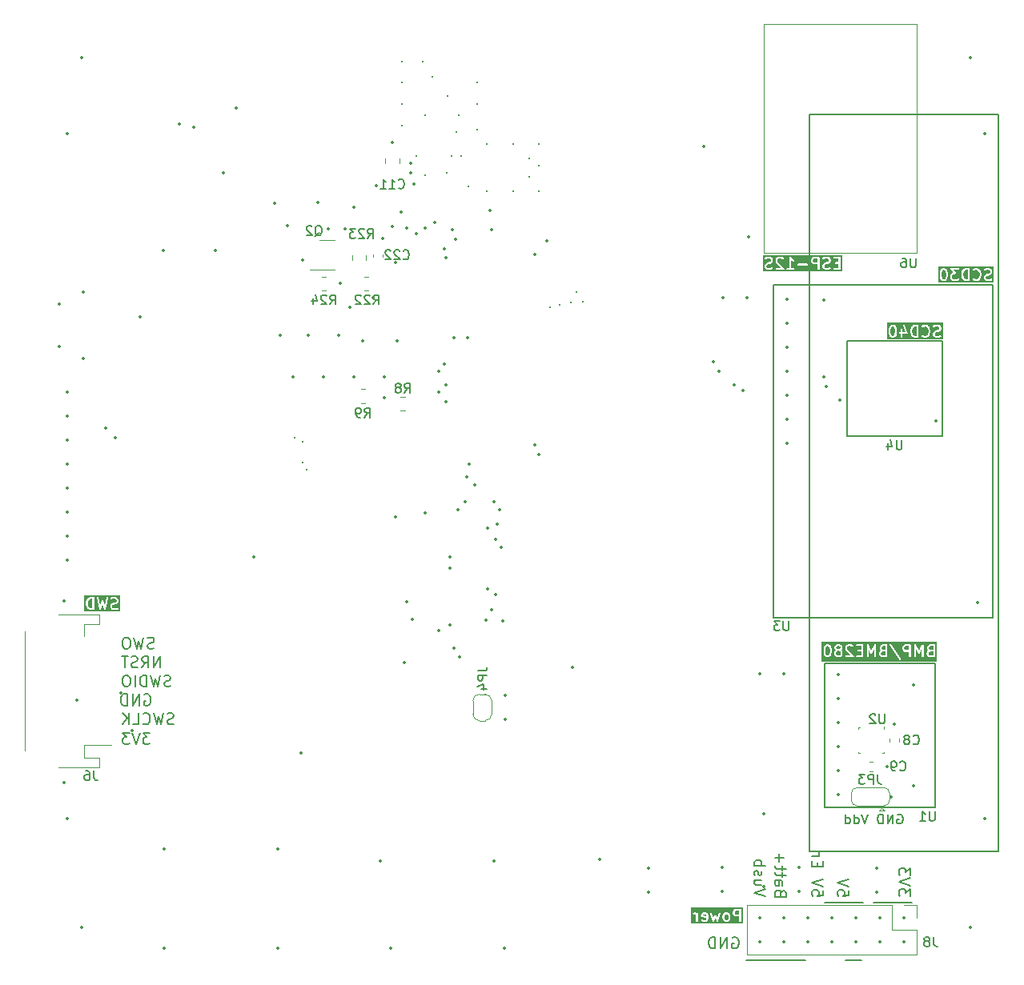
<source format=gbo>
%TF.GenerationSoftware,KiCad,Pcbnew,7.0.9*%
%TF.CreationDate,2024-07-22T23:00:39+02:00*%
%TF.ProjectId,EnvSensor-Main-v2.1,456e7653-656e-4736-9f72-2d4d61696e2d,rev?*%
%TF.SameCoordinates,Original*%
%TF.FileFunction,Legend,Bot*%
%TF.FilePolarity,Positive*%
%FSLAX46Y46*%
G04 Gerber Fmt 4.6, Leading zero omitted, Abs format (unit mm)*
G04 Created by KiCad (PCBNEW 7.0.9) date 2024-07-22 23:00:39*
%MOMM*%
%LPD*%
G01*
G04 APERTURE LIST*
%ADD10C,0.200000*%
%ADD11C,0.150000*%
%ADD12C,0.120000*%
%ADD13C,0.100000*%
%ADD14C,0.350000*%
%ADD15C,0.300000*%
G04 APERTURE END LIST*
D10*
X104790000Y-119540000D02*
X106540000Y-119540000D01*
X121000000Y-30000000D02*
X101000000Y-30000000D01*
X102600000Y-113400000D02*
X106700000Y-113400000D01*
X107800000Y-113400000D02*
X111800000Y-113400000D01*
D11*
X101000000Y-30000000D02*
X101000000Y-108000000D01*
X121000000Y-108000000D02*
X121000000Y-30000000D01*
D10*
X94290000Y-119540000D02*
X100540000Y-119540000D01*
D11*
X101000000Y-108000000D02*
X121000000Y-108000000D01*
D10*
X102455257Y-112111279D02*
X102455257Y-112682707D01*
X102455257Y-112682707D02*
X101883828Y-112739850D01*
X101883828Y-112739850D02*
X101940971Y-112682707D01*
X101940971Y-112682707D02*
X101998114Y-112568422D01*
X101998114Y-112568422D02*
X101998114Y-112282707D01*
X101998114Y-112282707D02*
X101940971Y-112168422D01*
X101940971Y-112168422D02*
X101883828Y-112111279D01*
X101883828Y-112111279D02*
X101769542Y-112054136D01*
X101769542Y-112054136D02*
X101483828Y-112054136D01*
X101483828Y-112054136D02*
X101369542Y-112111279D01*
X101369542Y-112111279D02*
X101312400Y-112168422D01*
X101312400Y-112168422D02*
X101255257Y-112282707D01*
X101255257Y-112282707D02*
X101255257Y-112568422D01*
X101255257Y-112568422D02*
X101312400Y-112682707D01*
X101312400Y-112682707D02*
X101369542Y-112739850D01*
X102455257Y-111711279D02*
X101255257Y-111311279D01*
X101255257Y-111311279D02*
X102455257Y-110911279D01*
X101883828Y-109596993D02*
X101883828Y-109196993D01*
X101255257Y-109025565D02*
X101255257Y-109596993D01*
X101255257Y-109596993D02*
X102455257Y-109596993D01*
X102455257Y-109596993D02*
X102455257Y-109025565D01*
X102055257Y-108511279D02*
X101255257Y-108511279D01*
X101940971Y-108511279D02*
X101998114Y-108454136D01*
X101998114Y-108454136D02*
X102055257Y-108339851D01*
X102055257Y-108339851D02*
X102055257Y-108168422D01*
X102055257Y-108168422D02*
X101998114Y-108054136D01*
X101998114Y-108054136D02*
X101883828Y-107996994D01*
X101883828Y-107996994D02*
X101255257Y-107996994D01*
G36*
X109923472Y-52484070D02*
G01*
X109957663Y-52518262D01*
X110002641Y-52608219D01*
X110054136Y-52814195D01*
X110054136Y-53075289D01*
X110002641Y-53281265D01*
X109957663Y-53371222D01*
X109923472Y-53405413D01*
X109844815Y-53444742D01*
X109777743Y-53444742D01*
X109699086Y-53405414D01*
X109664894Y-53371222D01*
X109619916Y-53281266D01*
X109568422Y-53075290D01*
X109568422Y-52814195D01*
X109619916Y-52608219D01*
X109664894Y-52518263D01*
X109699086Y-52484070D01*
X109777744Y-52444742D01*
X109844815Y-52444742D01*
X109923472Y-52484070D01*
G37*
G36*
X112339850Y-53444742D02*
G01*
X112170363Y-53444742D01*
X112036725Y-53400197D01*
X111950608Y-53314079D01*
X111905630Y-53224123D01*
X111854136Y-53018147D01*
X111854136Y-52871338D01*
X111905630Y-52665362D01*
X111950608Y-52575405D01*
X112036725Y-52489287D01*
X112170363Y-52444742D01*
X112339850Y-52444742D01*
X112339850Y-53444742D01*
G37*
G36*
X115111279Y-53816171D02*
G01*
X109196993Y-53816171D01*
X109196993Y-53087600D01*
X109368422Y-53087600D01*
X109372268Y-53099437D01*
X109371408Y-53111854D01*
X109428551Y-53340425D01*
X109434462Y-53349871D01*
X109436122Y-53360892D01*
X109493265Y-53475179D01*
X109504639Y-53486727D01*
X109511997Y-53501167D01*
X109569139Y-53558310D01*
X109583579Y-53565668D01*
X109595129Y-53577043D01*
X109709415Y-53634185D01*
X109732212Y-53637618D01*
X109754136Y-53644742D01*
X109868422Y-53644742D01*
X109890345Y-53637618D01*
X109913143Y-53634185D01*
X110027429Y-53577043D01*
X110038978Y-53565668D01*
X110053419Y-53558310D01*
X110110562Y-53501167D01*
X110117920Y-53486724D01*
X110129293Y-53475178D01*
X110186436Y-53360892D01*
X110188095Y-53349871D01*
X110194007Y-53340425D01*
X110235202Y-53175644D01*
X110459030Y-53175644D01*
X110495357Y-53225644D01*
X110554136Y-53244742D01*
X110625565Y-53244742D01*
X110625565Y-53544742D01*
X110644663Y-53603521D01*
X110694663Y-53639848D01*
X110756467Y-53639848D01*
X110806467Y-53603521D01*
X110825565Y-53544742D01*
X110825565Y-53244742D01*
X111296993Y-53244742D01*
X111297370Y-53244619D01*
X111297752Y-53244740D01*
X111326739Y-53235077D01*
X111355772Y-53225644D01*
X111356006Y-53225320D01*
X111356384Y-53225195D01*
X111374124Y-53200383D01*
X111392099Y-53175644D01*
X111392099Y-53175245D01*
X111392331Y-53174921D01*
X111392099Y-53144414D01*
X111392099Y-53113840D01*
X111391864Y-53113516D01*
X111391861Y-53113119D01*
X111364307Y-53030457D01*
X111654136Y-53030457D01*
X111657982Y-53042294D01*
X111657122Y-53054711D01*
X111714265Y-53283282D01*
X111720176Y-53292728D01*
X111721836Y-53303749D01*
X111778979Y-53418036D01*
X111790353Y-53429584D01*
X111797711Y-53444024D01*
X111911996Y-53558310D01*
X111932537Y-53568776D01*
X111951085Y-53582468D01*
X112122514Y-53639611D01*
X112138722Y-53639734D01*
X112154136Y-53644742D01*
X112439850Y-53644742D01*
X112454913Y-53639848D01*
X112470752Y-53639848D01*
X112483565Y-53630538D01*
X112498629Y-53625644D01*
X112507938Y-53612830D01*
X112520752Y-53603521D01*
X112525646Y-53588457D01*
X112534956Y-53575644D01*
X112534956Y-53559804D01*
X112539850Y-53544742D01*
X112539850Y-53446100D01*
X112855367Y-53446100D01*
X112883425Y-53501168D01*
X112940568Y-53558310D01*
X112961109Y-53568776D01*
X112979657Y-53582468D01*
X113151085Y-53639611D01*
X113167293Y-53639734D01*
X113182707Y-53644742D01*
X113296993Y-53644742D01*
X113312408Y-53639733D01*
X113328615Y-53639610D01*
X113500045Y-53582468D01*
X113518593Y-53568775D01*
X113539133Y-53558310D01*
X113653418Y-53444024D01*
X113660775Y-53429583D01*
X113672150Y-53418035D01*
X113723082Y-53316171D01*
X114054136Y-53316171D01*
X114061259Y-53338094D01*
X114064693Y-53360892D01*
X114121836Y-53475179D01*
X114133210Y-53486726D01*
X114140568Y-53501168D01*
X114197711Y-53558310D01*
X114212152Y-53565668D01*
X114223701Y-53577043D01*
X114337986Y-53634185D01*
X114360783Y-53637618D01*
X114382707Y-53644742D01*
X114668422Y-53644742D01*
X114683837Y-53639733D01*
X114700044Y-53639610D01*
X114871473Y-53582468D01*
X114921196Y-53545763D01*
X114939848Y-53486841D01*
X114920304Y-53428209D01*
X114870030Y-53392262D01*
X114808228Y-53392731D01*
X114652196Y-53444742D01*
X114406314Y-53444742D01*
X114327657Y-53405414D01*
X114293464Y-53371220D01*
X114254136Y-53292564D01*
X114254136Y-53225493D01*
X114293464Y-53146836D01*
X114327656Y-53112643D01*
X114417609Y-53067665D01*
X114635533Y-53013185D01*
X114644979Y-53007274D01*
X114656001Y-53005614D01*
X114770286Y-52948470D01*
X114781832Y-52937097D01*
X114796275Y-52929739D01*
X114853417Y-52872596D01*
X114860774Y-52858156D01*
X114872150Y-52846607D01*
X114929293Y-52732321D01*
X114932726Y-52709523D01*
X114939850Y-52687600D01*
X114939850Y-52573314D01*
X114932726Y-52551390D01*
X114929293Y-52528593D01*
X114872150Y-52414307D01*
X114860775Y-52402758D01*
X114853417Y-52388317D01*
X114796275Y-52331174D01*
X114781832Y-52323815D01*
X114770286Y-52312443D01*
X114656001Y-52255299D01*
X114633202Y-52251865D01*
X114611279Y-52244742D01*
X114325564Y-52244742D01*
X114310148Y-52249750D01*
X114293941Y-52249874D01*
X114122513Y-52307017D01*
X114072790Y-52343722D01*
X114054138Y-52402644D01*
X114073683Y-52461277D01*
X114123957Y-52497223D01*
X114185759Y-52496753D01*
X114341791Y-52444742D01*
X114587671Y-52444742D01*
X114666327Y-52484070D01*
X114700521Y-52518263D01*
X114739850Y-52596921D01*
X114739850Y-52663993D01*
X114700520Y-52742650D01*
X114666327Y-52776842D01*
X114576372Y-52821820D01*
X114358453Y-52876300D01*
X114349006Y-52882211D01*
X114337986Y-52883871D01*
X114223700Y-52941014D01*
X114212150Y-52952389D01*
X114197711Y-52959747D01*
X114140568Y-53016889D01*
X114133209Y-53031331D01*
X114121837Y-53042878D01*
X114064693Y-53157163D01*
X114061259Y-53179961D01*
X114054136Y-53201885D01*
X114054136Y-53316171D01*
X113723082Y-53316171D01*
X113729293Y-53303749D01*
X113730952Y-53292728D01*
X113736864Y-53283282D01*
X113794007Y-53054710D01*
X113793146Y-53042294D01*
X113796993Y-53030457D01*
X113796993Y-52859028D01*
X113793146Y-52847190D01*
X113794007Y-52834775D01*
X113736864Y-52606203D01*
X113730952Y-52596756D01*
X113729293Y-52585736D01*
X113672150Y-52471450D01*
X113660775Y-52459901D01*
X113653418Y-52445461D01*
X113539133Y-52331175D01*
X113518593Y-52320709D01*
X113500045Y-52307017D01*
X113328616Y-52249874D01*
X113312408Y-52249750D01*
X113296993Y-52244742D01*
X113182707Y-52244742D01*
X113167291Y-52249750D01*
X113151084Y-52249874D01*
X112979656Y-52307017D01*
X112961107Y-52320709D01*
X112940568Y-52331175D01*
X112883425Y-52388317D01*
X112855367Y-52443385D01*
X112865035Y-52504427D01*
X112908737Y-52548129D01*
X112969779Y-52557797D01*
X113024847Y-52529739D01*
X113065297Y-52489287D01*
X113198934Y-52444742D01*
X113280766Y-52444742D01*
X113414403Y-52489287D01*
X113500520Y-52575405D01*
X113545498Y-52665362D01*
X113596993Y-52871338D01*
X113596993Y-53018146D01*
X113545498Y-53224122D01*
X113500520Y-53314079D01*
X113414404Y-53400196D01*
X113280767Y-53444742D01*
X113198934Y-53444742D01*
X113065297Y-53400197D01*
X113024847Y-53359746D01*
X112969779Y-53331688D01*
X112908737Y-53341356D01*
X112865035Y-53385058D01*
X112855367Y-53446100D01*
X112539850Y-53446100D01*
X112539850Y-52344742D01*
X112534956Y-52329679D01*
X112534956Y-52313840D01*
X112525646Y-52301026D01*
X112520752Y-52285963D01*
X112507938Y-52276653D01*
X112498629Y-52263840D01*
X112483565Y-52258945D01*
X112470752Y-52249636D01*
X112454913Y-52249636D01*
X112439850Y-52244742D01*
X112154136Y-52244742D01*
X112138720Y-52249750D01*
X112122513Y-52249874D01*
X111951084Y-52307017D01*
X111932535Y-52320709D01*
X111911996Y-52331175D01*
X111797711Y-52445461D01*
X111790353Y-52459900D01*
X111778979Y-52471449D01*
X111721836Y-52585736D01*
X111720176Y-52596756D01*
X111714265Y-52606203D01*
X111657122Y-52834774D01*
X111657982Y-52847190D01*
X111654136Y-52859028D01*
X111654136Y-53030457D01*
X111364307Y-53030457D01*
X111106147Y-52255977D01*
X111069442Y-52206254D01*
X111010520Y-52187602D01*
X110951888Y-52207147D01*
X110915941Y-52257421D01*
X110916411Y-52319223D01*
X111158251Y-53044742D01*
X110825565Y-53044742D01*
X110825565Y-52744742D01*
X110806467Y-52685963D01*
X110756467Y-52649636D01*
X110694663Y-52649636D01*
X110644663Y-52685963D01*
X110625565Y-52744742D01*
X110625565Y-53044742D01*
X110554136Y-53044742D01*
X110495357Y-53063840D01*
X110459030Y-53113840D01*
X110459030Y-53175644D01*
X110235202Y-53175644D01*
X110251150Y-53111853D01*
X110250289Y-53099437D01*
X110254136Y-53087600D01*
X110254136Y-52801885D01*
X110250289Y-52790047D01*
X110251150Y-52777632D01*
X110194007Y-52549060D01*
X110188095Y-52539613D01*
X110186436Y-52528593D01*
X110129293Y-52414307D01*
X110117920Y-52402760D01*
X110110562Y-52388318D01*
X110053419Y-52331175D01*
X110038979Y-52323817D01*
X110027430Y-52312442D01*
X109913143Y-52255299D01*
X109890345Y-52251865D01*
X109868422Y-52244742D01*
X109754136Y-52244742D01*
X109732212Y-52251865D01*
X109709415Y-52255299D01*
X109595129Y-52312442D01*
X109583580Y-52323816D01*
X109569139Y-52331175D01*
X109511997Y-52388318D01*
X109504639Y-52402757D01*
X109493265Y-52414306D01*
X109436122Y-52528593D01*
X109434462Y-52539613D01*
X109428551Y-52549060D01*
X109371408Y-52777631D01*
X109372268Y-52790047D01*
X109368422Y-52801885D01*
X109368422Y-53087600D01*
X109196993Y-53087600D01*
X109196993Y-52016173D01*
X115111279Y-52016173D01*
X115111279Y-53816171D01*
G37*
G36*
X25168421Y-82244742D02*
G01*
X24998934Y-82244742D01*
X24865296Y-82200197D01*
X24779179Y-82114079D01*
X24734201Y-82024123D01*
X24682707Y-81818147D01*
X24682707Y-81671338D01*
X24734201Y-81465362D01*
X24779179Y-81375405D01*
X24865296Y-81289287D01*
X24998934Y-81244742D01*
X25168421Y-81244742D01*
X25168421Y-82244742D01*
G37*
G36*
X28111279Y-82616171D02*
G01*
X24311278Y-82616171D01*
X24311278Y-81830457D01*
X24482707Y-81830457D01*
X24486553Y-81842294D01*
X24485693Y-81854711D01*
X24542836Y-82083282D01*
X24548747Y-82092728D01*
X24550407Y-82103749D01*
X24607550Y-82218036D01*
X24618924Y-82229584D01*
X24626282Y-82244024D01*
X24740567Y-82358310D01*
X24761108Y-82368776D01*
X24779656Y-82382468D01*
X24951085Y-82439611D01*
X24967293Y-82439734D01*
X24982707Y-82444742D01*
X25268421Y-82444742D01*
X25283484Y-82439848D01*
X25299323Y-82439848D01*
X25312136Y-82430538D01*
X25327200Y-82425644D01*
X25336509Y-82412830D01*
X25349323Y-82403521D01*
X25354217Y-82388457D01*
X25363527Y-82375644D01*
X25363527Y-82359804D01*
X25368421Y-82344742D01*
X25368421Y-81167904D01*
X25628284Y-81167904D01*
X25913998Y-82367904D01*
X25917594Y-82373797D01*
X25917964Y-82380691D01*
X25933419Y-82399730D01*
X25946192Y-82420661D01*
X25952564Y-82423314D01*
X25956915Y-82428674D01*
X25980604Y-82434991D01*
X26003246Y-82444420D01*
X26009963Y-82442820D01*
X26016632Y-82444599D01*
X26039514Y-82435784D01*
X26063369Y-82430104D01*
X26067861Y-82424863D01*
X26074304Y-82422382D01*
X26087633Y-82401801D01*
X26103595Y-82383184D01*
X26104149Y-82376301D01*
X26107902Y-82370508D01*
X26239850Y-81875702D01*
X26371799Y-82370508D01*
X26375551Y-82376301D01*
X26376106Y-82383184D01*
X26392067Y-82401801D01*
X26405397Y-82422382D01*
X26411839Y-82424863D01*
X26416332Y-82430104D01*
X26440184Y-82435783D01*
X26463069Y-82444599D01*
X26469739Y-82442820D01*
X26476455Y-82444419D01*
X26499093Y-82434992D01*
X26522786Y-82428674D01*
X26527136Y-82423315D01*
X26533510Y-82420661D01*
X26546282Y-82399730D01*
X26561738Y-82380691D01*
X26562107Y-82373796D01*
X26565703Y-82367904D01*
X26625639Y-82116171D01*
X27054136Y-82116171D01*
X27061259Y-82138094D01*
X27064693Y-82160892D01*
X27121836Y-82275179D01*
X27133210Y-82286726D01*
X27140568Y-82301168D01*
X27197711Y-82358310D01*
X27212152Y-82365668D01*
X27223701Y-82377043D01*
X27337986Y-82434185D01*
X27360783Y-82437618D01*
X27382707Y-82444742D01*
X27668422Y-82444742D01*
X27683837Y-82439733D01*
X27700044Y-82439610D01*
X27871473Y-82382468D01*
X27921196Y-82345763D01*
X27939848Y-82286841D01*
X27920304Y-82228209D01*
X27870030Y-82192262D01*
X27808228Y-82192731D01*
X27652196Y-82244742D01*
X27406314Y-82244742D01*
X27327657Y-82205414D01*
X27293464Y-82171220D01*
X27254136Y-82092564D01*
X27254136Y-82025493D01*
X27293464Y-81946836D01*
X27327656Y-81912643D01*
X27417609Y-81867665D01*
X27635533Y-81813185D01*
X27644979Y-81807274D01*
X27656001Y-81805614D01*
X27770286Y-81748470D01*
X27781832Y-81737097D01*
X27796275Y-81729739D01*
X27853417Y-81672596D01*
X27860774Y-81658156D01*
X27872150Y-81646607D01*
X27929293Y-81532321D01*
X27932726Y-81509523D01*
X27939850Y-81487600D01*
X27939850Y-81373314D01*
X27932726Y-81351390D01*
X27929293Y-81328593D01*
X27872150Y-81214307D01*
X27860775Y-81202758D01*
X27853417Y-81188317D01*
X27796275Y-81131174D01*
X27781832Y-81123815D01*
X27770286Y-81112443D01*
X27656001Y-81055299D01*
X27633202Y-81051865D01*
X27611279Y-81044742D01*
X27325564Y-81044742D01*
X27310148Y-81049750D01*
X27293941Y-81049874D01*
X27122513Y-81107017D01*
X27072790Y-81143722D01*
X27054138Y-81202644D01*
X27073683Y-81261277D01*
X27123957Y-81297223D01*
X27185759Y-81296753D01*
X27341791Y-81244742D01*
X27587671Y-81244742D01*
X27666327Y-81284070D01*
X27700521Y-81318263D01*
X27739850Y-81396921D01*
X27739850Y-81463993D01*
X27700520Y-81542650D01*
X27666327Y-81576842D01*
X27576372Y-81621820D01*
X27358453Y-81676300D01*
X27349006Y-81682211D01*
X27337986Y-81683871D01*
X27223700Y-81741014D01*
X27212150Y-81752389D01*
X27197711Y-81759747D01*
X27140568Y-81816889D01*
X27133209Y-81831331D01*
X27121837Y-81842878D01*
X27064693Y-81957163D01*
X27061259Y-81979961D01*
X27054136Y-82001885D01*
X27054136Y-82116171D01*
X26625639Y-82116171D01*
X26851417Y-81167904D01*
X26846452Y-81106300D01*
X26806226Y-81059380D01*
X26746103Y-81045064D01*
X26689049Y-81068823D01*
X26656855Y-81121580D01*
X26462932Y-81936055D01*
X26336473Y-81461834D01*
X26333462Y-81457186D01*
X26333166Y-81451651D01*
X26316897Y-81431610D01*
X26302875Y-81409960D01*
X26297706Y-81407968D01*
X26294214Y-81403667D01*
X26269279Y-81397018D01*
X26245203Y-81387743D01*
X26239850Y-81389170D01*
X26234497Y-81387743D01*
X26210415Y-81397019D01*
X26185486Y-81403668D01*
X26181995Y-81407968D01*
X26176825Y-81409960D01*
X26162801Y-81431612D01*
X26146534Y-81451651D01*
X26146237Y-81457186D01*
X26143227Y-81461834D01*
X26016768Y-81936054D01*
X25822846Y-81121580D01*
X25790653Y-81068823D01*
X25733598Y-81045065D01*
X25673475Y-81059380D01*
X25633249Y-81106300D01*
X25628284Y-81167904D01*
X25368421Y-81167904D01*
X25368421Y-81144742D01*
X25363527Y-81129679D01*
X25363527Y-81113840D01*
X25354217Y-81101026D01*
X25349323Y-81085963D01*
X25336509Y-81076653D01*
X25327200Y-81063840D01*
X25312136Y-81058945D01*
X25299323Y-81049636D01*
X25283484Y-81049636D01*
X25268421Y-81044742D01*
X24982707Y-81044742D01*
X24967291Y-81049750D01*
X24951084Y-81049874D01*
X24779655Y-81107017D01*
X24761106Y-81120709D01*
X24740567Y-81131175D01*
X24626282Y-81245461D01*
X24618924Y-81259900D01*
X24607550Y-81271449D01*
X24550407Y-81385736D01*
X24548747Y-81396756D01*
X24542836Y-81406203D01*
X24485693Y-81634774D01*
X24486553Y-81647190D01*
X24482707Y-81659028D01*
X24482707Y-81830457D01*
X24311278Y-81830457D01*
X24311278Y-80873313D01*
X28111279Y-80873313D01*
X28111279Y-82616171D01*
G37*
X31274434Y-95444742D02*
X30531577Y-95444742D01*
X30531577Y-95444742D02*
X30931577Y-95901885D01*
X30931577Y-95901885D02*
X30760148Y-95901885D01*
X30760148Y-95901885D02*
X30645863Y-95959028D01*
X30645863Y-95959028D02*
X30588720Y-96016171D01*
X30588720Y-96016171D02*
X30531577Y-96130457D01*
X30531577Y-96130457D02*
X30531577Y-96416171D01*
X30531577Y-96416171D02*
X30588720Y-96530457D01*
X30588720Y-96530457D02*
X30645863Y-96587600D01*
X30645863Y-96587600D02*
X30760148Y-96644742D01*
X30760148Y-96644742D02*
X31103005Y-96644742D01*
X31103005Y-96644742D02*
X31217291Y-96587600D01*
X31217291Y-96587600D02*
X31274434Y-96530457D01*
X30188720Y-95444742D02*
X29788720Y-96644742D01*
X29788720Y-96644742D02*
X29388720Y-95444742D01*
X29103006Y-95444742D02*
X28360149Y-95444742D01*
X28360149Y-95444742D02*
X28760149Y-95901885D01*
X28760149Y-95901885D02*
X28588720Y-95901885D01*
X28588720Y-95901885D02*
X28474435Y-95959028D01*
X28474435Y-95959028D02*
X28417292Y-96016171D01*
X28417292Y-96016171D02*
X28360149Y-96130457D01*
X28360149Y-96130457D02*
X28360149Y-96416171D01*
X28360149Y-96416171D02*
X28417292Y-96530457D01*
X28417292Y-96530457D02*
X28474435Y-96587600D01*
X28474435Y-96587600D02*
X28588720Y-96644742D01*
X28588720Y-96644742D02*
X28931577Y-96644742D01*
X28931577Y-96644742D02*
X29045863Y-96587600D01*
X29045863Y-96587600D02*
X29103006Y-96530457D01*
X33788721Y-94487600D02*
X33617293Y-94544742D01*
X33617293Y-94544742D02*
X33331578Y-94544742D01*
X33331578Y-94544742D02*
X33217293Y-94487600D01*
X33217293Y-94487600D02*
X33160150Y-94430457D01*
X33160150Y-94430457D02*
X33103007Y-94316171D01*
X33103007Y-94316171D02*
X33103007Y-94201885D01*
X33103007Y-94201885D02*
X33160150Y-94087600D01*
X33160150Y-94087600D02*
X33217293Y-94030457D01*
X33217293Y-94030457D02*
X33331578Y-93973314D01*
X33331578Y-93973314D02*
X33560150Y-93916171D01*
X33560150Y-93916171D02*
X33674435Y-93859028D01*
X33674435Y-93859028D02*
X33731578Y-93801885D01*
X33731578Y-93801885D02*
X33788721Y-93687600D01*
X33788721Y-93687600D02*
X33788721Y-93573314D01*
X33788721Y-93573314D02*
X33731578Y-93459028D01*
X33731578Y-93459028D02*
X33674435Y-93401885D01*
X33674435Y-93401885D02*
X33560150Y-93344742D01*
X33560150Y-93344742D02*
X33274435Y-93344742D01*
X33274435Y-93344742D02*
X33103007Y-93401885D01*
X32703007Y-93344742D02*
X32417293Y-94544742D01*
X32417293Y-94544742D02*
X32188721Y-93687600D01*
X32188721Y-93687600D02*
X31960150Y-94544742D01*
X31960150Y-94544742D02*
X31674436Y-93344742D01*
X30531578Y-94430457D02*
X30588721Y-94487600D01*
X30588721Y-94487600D02*
X30760149Y-94544742D01*
X30760149Y-94544742D02*
X30874435Y-94544742D01*
X30874435Y-94544742D02*
X31045864Y-94487600D01*
X31045864Y-94487600D02*
X31160149Y-94373314D01*
X31160149Y-94373314D02*
X31217292Y-94259028D01*
X31217292Y-94259028D02*
X31274435Y-94030457D01*
X31274435Y-94030457D02*
X31274435Y-93859028D01*
X31274435Y-93859028D02*
X31217292Y-93630457D01*
X31217292Y-93630457D02*
X31160149Y-93516171D01*
X31160149Y-93516171D02*
X31045864Y-93401885D01*
X31045864Y-93401885D02*
X30874435Y-93344742D01*
X30874435Y-93344742D02*
X30760149Y-93344742D01*
X30760149Y-93344742D02*
X30588721Y-93401885D01*
X30588721Y-93401885D02*
X30531578Y-93459028D01*
X29445864Y-94544742D02*
X30017292Y-94544742D01*
X30017292Y-94544742D02*
X30017292Y-93344742D01*
X29045863Y-94544742D02*
X29045863Y-93344742D01*
X28360149Y-94544742D02*
X28874435Y-93859028D01*
X28360149Y-93344742D02*
X29045863Y-94030457D01*
X97983828Y-112382707D02*
X97926685Y-112211279D01*
X97926685Y-112211279D02*
X97869542Y-112154136D01*
X97869542Y-112154136D02*
X97755257Y-112096993D01*
X97755257Y-112096993D02*
X97583828Y-112096993D01*
X97583828Y-112096993D02*
X97469542Y-112154136D01*
X97469542Y-112154136D02*
X97412400Y-112211279D01*
X97412400Y-112211279D02*
X97355257Y-112325564D01*
X97355257Y-112325564D02*
X97355257Y-112782707D01*
X97355257Y-112782707D02*
X98555257Y-112782707D01*
X98555257Y-112782707D02*
X98555257Y-112382707D01*
X98555257Y-112382707D02*
X98498114Y-112268422D01*
X98498114Y-112268422D02*
X98440971Y-112211279D01*
X98440971Y-112211279D02*
X98326685Y-112154136D01*
X98326685Y-112154136D02*
X98212400Y-112154136D01*
X98212400Y-112154136D02*
X98098114Y-112211279D01*
X98098114Y-112211279D02*
X98040971Y-112268422D01*
X98040971Y-112268422D02*
X97983828Y-112382707D01*
X97983828Y-112382707D02*
X97983828Y-112782707D01*
X97355257Y-111068422D02*
X97983828Y-111068422D01*
X97983828Y-111068422D02*
X98098114Y-111125564D01*
X98098114Y-111125564D02*
X98155257Y-111239850D01*
X98155257Y-111239850D02*
X98155257Y-111468422D01*
X98155257Y-111468422D02*
X98098114Y-111582707D01*
X97412400Y-111068422D02*
X97355257Y-111182707D01*
X97355257Y-111182707D02*
X97355257Y-111468422D01*
X97355257Y-111468422D02*
X97412400Y-111582707D01*
X97412400Y-111582707D02*
X97526685Y-111639850D01*
X97526685Y-111639850D02*
X97640971Y-111639850D01*
X97640971Y-111639850D02*
X97755257Y-111582707D01*
X97755257Y-111582707D02*
X97812400Y-111468422D01*
X97812400Y-111468422D02*
X97812400Y-111182707D01*
X97812400Y-111182707D02*
X97869542Y-111068422D01*
X98155257Y-110668422D02*
X98155257Y-110211279D01*
X98555257Y-110496993D02*
X97526685Y-110496993D01*
X97526685Y-110496993D02*
X97412400Y-110439850D01*
X97412400Y-110439850D02*
X97355257Y-110325565D01*
X97355257Y-110325565D02*
X97355257Y-110211279D01*
X98155257Y-109982708D02*
X98155257Y-109525565D01*
X98555257Y-109811279D02*
X97526685Y-109811279D01*
X97526685Y-109811279D02*
X97412400Y-109754136D01*
X97412400Y-109754136D02*
X97355257Y-109639851D01*
X97355257Y-109639851D02*
X97355257Y-109525565D01*
X97812400Y-109125565D02*
X97812400Y-108211280D01*
X97355257Y-108668422D02*
X98269542Y-108668422D01*
G36*
X103037757Y-86284070D02*
G01*
X103071948Y-86318262D01*
X103116926Y-86408219D01*
X103168421Y-86614195D01*
X103168421Y-86875289D01*
X103116926Y-87081265D01*
X103071948Y-87171222D01*
X103037757Y-87205413D01*
X102959100Y-87244742D01*
X102892028Y-87244742D01*
X102813371Y-87205414D01*
X102779179Y-87171222D01*
X102734201Y-87081266D01*
X102682707Y-86875290D01*
X102682707Y-86614195D01*
X102734201Y-86408219D01*
X102779179Y-86318263D01*
X102813371Y-86284070D01*
X102892029Y-86244742D01*
X102959100Y-86244742D01*
X103037757Y-86284070D01*
G37*
G36*
X104237755Y-86798356D02*
G01*
X104271949Y-86832549D01*
X104311278Y-86911207D01*
X104311278Y-87092563D01*
X104271949Y-87171221D01*
X104237755Y-87205414D01*
X104159100Y-87244742D01*
X103977742Y-87244742D01*
X103899085Y-87205414D01*
X103864892Y-87171220D01*
X103825564Y-87092564D01*
X103825564Y-86911207D01*
X103864892Y-86832550D01*
X103899084Y-86798357D01*
X103977742Y-86759028D01*
X104159099Y-86759028D01*
X104237755Y-86798356D01*
G37*
G36*
X104237755Y-86284070D02*
G01*
X104271949Y-86318263D01*
X104311278Y-86396921D01*
X104311278Y-86406850D01*
X104271948Y-86485507D01*
X104237755Y-86519699D01*
X104159099Y-86559028D01*
X103977742Y-86559028D01*
X103899084Y-86519698D01*
X103864892Y-86485505D01*
X103825564Y-86406849D01*
X103825564Y-86396921D01*
X103864892Y-86318264D01*
X103899084Y-86284071D01*
X103977742Y-86244742D01*
X104159099Y-86244742D01*
X104237755Y-86284070D01*
G37*
G36*
X109054135Y-87244742D02*
G01*
X108720599Y-87244742D01*
X108641942Y-87205414D01*
X108607749Y-87171220D01*
X108568421Y-87092564D01*
X108568421Y-86968350D01*
X108607749Y-86889693D01*
X108636725Y-86860716D01*
X108770362Y-86816171D01*
X109054135Y-86816171D01*
X109054135Y-87244742D01*
G37*
G36*
X109054135Y-86616171D02*
G01*
X108777742Y-86616171D01*
X108699084Y-86576841D01*
X108664892Y-86542648D01*
X108625564Y-86463992D01*
X108625564Y-86396921D01*
X108664892Y-86318264D01*
X108699084Y-86284071D01*
X108777742Y-86244742D01*
X109054135Y-86244742D01*
X109054135Y-86616171D01*
G37*
G36*
X114082707Y-87244742D02*
G01*
X113749171Y-87244742D01*
X113670514Y-87205414D01*
X113636321Y-87171220D01*
X113596993Y-87092564D01*
X113596993Y-86968350D01*
X113636321Y-86889693D01*
X113665297Y-86860716D01*
X113798934Y-86816171D01*
X114082707Y-86816171D01*
X114082707Y-87244742D01*
G37*
G36*
X114082707Y-86616171D02*
G01*
X113806314Y-86616171D01*
X113727656Y-86576841D01*
X113693464Y-86542648D01*
X113654136Y-86463992D01*
X113654136Y-86396921D01*
X113693464Y-86318264D01*
X113727656Y-86284071D01*
X113806314Y-86244742D01*
X114082707Y-86244742D01*
X114082707Y-86616171D01*
G37*
G36*
X111511278Y-86673314D02*
G01*
X111177742Y-86673314D01*
X111099084Y-86633984D01*
X111064892Y-86599791D01*
X111025564Y-86521135D01*
X111025564Y-86396921D01*
X111064892Y-86318264D01*
X111099084Y-86284071D01*
X111177742Y-86244742D01*
X111511278Y-86244742D01*
X111511278Y-86673314D01*
G37*
G36*
X114454136Y-87898161D02*
G01*
X102311278Y-87898161D01*
X102311278Y-86887600D01*
X102482707Y-86887600D01*
X102486553Y-86899437D01*
X102485693Y-86911854D01*
X102542836Y-87140425D01*
X102548747Y-87149871D01*
X102550407Y-87160892D01*
X102607550Y-87275179D01*
X102618924Y-87286727D01*
X102626282Y-87301167D01*
X102683424Y-87358310D01*
X102697864Y-87365668D01*
X102709414Y-87377043D01*
X102823700Y-87434185D01*
X102846497Y-87437618D01*
X102868421Y-87444742D01*
X102982707Y-87444742D01*
X103004630Y-87437618D01*
X103027428Y-87434185D01*
X103141714Y-87377043D01*
X103153263Y-87365668D01*
X103167704Y-87358310D01*
X103224847Y-87301167D01*
X103232205Y-87286724D01*
X103243578Y-87275178D01*
X103300721Y-87160892D01*
X103302380Y-87149871D01*
X103308292Y-87140425D01*
X103314356Y-87116171D01*
X103625564Y-87116171D01*
X103632687Y-87138094D01*
X103636121Y-87160892D01*
X103693264Y-87275179D01*
X103704638Y-87286726D01*
X103711996Y-87301168D01*
X103769139Y-87358310D01*
X103783580Y-87365668D01*
X103795129Y-87377043D01*
X103909414Y-87434185D01*
X103932211Y-87437618D01*
X103954135Y-87444742D01*
X104182707Y-87444742D01*
X104204630Y-87437618D01*
X104227428Y-87434185D01*
X104341713Y-87377043D01*
X104353260Y-87365669D01*
X104367703Y-87358311D01*
X104424845Y-87301168D01*
X104432203Y-87286726D01*
X104443578Y-87275178D01*
X104500721Y-87160892D01*
X104504154Y-87138094D01*
X104511278Y-87116171D01*
X104511278Y-86887600D01*
X104504154Y-86865676D01*
X104500721Y-86842879D01*
X104443578Y-86728593D01*
X104432203Y-86717044D01*
X104424845Y-86702603D01*
X104381270Y-86659028D01*
X104424845Y-86615453D01*
X104432202Y-86601013D01*
X104443578Y-86589464D01*
X104494510Y-86487600D01*
X104768421Y-86487600D01*
X104773429Y-86503015D01*
X104773553Y-86519223D01*
X104830696Y-86690651D01*
X104844386Y-86709197D01*
X104854853Y-86729739D01*
X105369856Y-87244742D01*
X104868421Y-87244742D01*
X104809642Y-87263840D01*
X104773315Y-87313840D01*
X104773315Y-87375644D01*
X104809642Y-87425644D01*
X104868421Y-87444742D01*
X105611278Y-87444742D01*
X105633547Y-87437506D01*
X105656677Y-87433843D01*
X105662382Y-87428137D01*
X105670057Y-87425644D01*
X105683822Y-87406697D01*
X105700379Y-87390141D01*
X105701641Y-87382171D01*
X105706384Y-87375644D01*
X105916172Y-87375644D01*
X105952499Y-87425644D01*
X106011278Y-87444742D01*
X106582706Y-87444742D01*
X106597769Y-87439848D01*
X106613608Y-87439848D01*
X106626421Y-87430538D01*
X106641485Y-87425644D01*
X106650794Y-87412830D01*
X106663608Y-87403521D01*
X106668502Y-87388457D01*
X106677812Y-87375644D01*
X106677812Y-87359804D01*
X106682706Y-87344742D01*
X107054135Y-87344742D01*
X107073233Y-87403521D01*
X107123233Y-87439848D01*
X107185037Y-87439848D01*
X107235037Y-87403521D01*
X107254135Y-87344742D01*
X107254135Y-86595498D01*
X107463517Y-87044174D01*
X107476611Y-87058207D01*
X107485913Y-87075000D01*
X107497189Y-87080262D01*
X107505680Y-87089362D01*
X107524527Y-87093019D01*
X107541919Y-87101136D01*
X107554132Y-87098765D01*
X107566351Y-87101137D01*
X107583747Y-87093018D01*
X107602590Y-87089362D01*
X107611078Y-87080264D01*
X107622357Y-87075001D01*
X107631660Y-87058206D01*
X107644753Y-87044174D01*
X107854135Y-86595497D01*
X107854135Y-87344742D01*
X107873233Y-87403521D01*
X107923233Y-87439848D01*
X107985037Y-87439848D01*
X108035037Y-87403521D01*
X108054135Y-87344742D01*
X108054135Y-87116171D01*
X108368421Y-87116171D01*
X108375544Y-87138094D01*
X108378978Y-87160892D01*
X108436121Y-87275179D01*
X108447495Y-87286726D01*
X108454853Y-87301168D01*
X108511996Y-87358310D01*
X108526437Y-87365668D01*
X108537986Y-87377043D01*
X108652271Y-87434185D01*
X108675068Y-87437618D01*
X108696992Y-87444742D01*
X109154135Y-87444742D01*
X109169198Y-87439848D01*
X109185037Y-87439848D01*
X109197850Y-87430538D01*
X109212914Y-87425644D01*
X109222223Y-87412830D01*
X109235037Y-87403521D01*
X109239931Y-87388457D01*
X109249241Y-87375644D01*
X109249241Y-87359804D01*
X109254135Y-87344742D01*
X109254135Y-86144742D01*
X109249241Y-86129679D01*
X109249241Y-86113840D01*
X109239931Y-86101026D01*
X109235037Y-86085963D01*
X109231742Y-86083569D01*
X109454216Y-86083569D01*
X109470930Y-86143070D01*
X110499502Y-87685927D01*
X110547997Y-87724241D01*
X110609750Y-87726732D01*
X110661175Y-87692449D01*
X110682626Y-87634488D01*
X110665912Y-87574987D01*
X109979082Y-86544742D01*
X110825564Y-86544742D01*
X110832687Y-86566665D01*
X110836121Y-86589463D01*
X110893264Y-86703750D01*
X110904638Y-86715297D01*
X110911996Y-86729739D01*
X110969139Y-86786881D01*
X110983578Y-86794238D01*
X110995128Y-86805614D01*
X111109414Y-86862757D01*
X111132211Y-86866190D01*
X111154135Y-86873314D01*
X111511278Y-86873314D01*
X111511278Y-87344742D01*
X111530376Y-87403521D01*
X111580376Y-87439848D01*
X111642180Y-87439848D01*
X111692180Y-87403521D01*
X111711278Y-87344742D01*
X112082707Y-87344742D01*
X112101805Y-87403521D01*
X112151805Y-87439848D01*
X112213609Y-87439848D01*
X112263609Y-87403521D01*
X112282707Y-87344742D01*
X112282707Y-86595498D01*
X112492089Y-87044174D01*
X112505183Y-87058207D01*
X112514485Y-87075000D01*
X112525761Y-87080262D01*
X112534252Y-87089362D01*
X112553099Y-87093019D01*
X112570491Y-87101136D01*
X112582704Y-87098765D01*
X112594923Y-87101137D01*
X112612319Y-87093018D01*
X112631162Y-87089362D01*
X112639650Y-87080264D01*
X112650929Y-87075001D01*
X112660232Y-87058206D01*
X112673325Y-87044174D01*
X112882707Y-86595497D01*
X112882707Y-87344742D01*
X112901805Y-87403521D01*
X112951805Y-87439848D01*
X113013609Y-87439848D01*
X113063609Y-87403521D01*
X113082707Y-87344742D01*
X113082707Y-87116171D01*
X113396993Y-87116171D01*
X113404116Y-87138094D01*
X113407550Y-87160892D01*
X113464693Y-87275179D01*
X113476067Y-87286726D01*
X113483425Y-87301168D01*
X113540568Y-87358310D01*
X113555009Y-87365668D01*
X113566558Y-87377043D01*
X113680843Y-87434185D01*
X113703640Y-87437618D01*
X113725564Y-87444742D01*
X114182707Y-87444742D01*
X114197770Y-87439848D01*
X114213609Y-87439848D01*
X114226422Y-87430538D01*
X114241486Y-87425644D01*
X114250795Y-87412830D01*
X114263609Y-87403521D01*
X114268503Y-87388457D01*
X114277813Y-87375644D01*
X114277813Y-87359804D01*
X114282707Y-87344742D01*
X114282707Y-86144742D01*
X114277813Y-86129679D01*
X114277813Y-86113840D01*
X114268503Y-86101026D01*
X114263609Y-86085963D01*
X114250795Y-86076653D01*
X114241486Y-86063840D01*
X114226422Y-86058945D01*
X114213609Y-86049636D01*
X114197770Y-86049636D01*
X114182707Y-86044742D01*
X113782707Y-86044742D01*
X113760783Y-86051865D01*
X113737986Y-86055299D01*
X113623700Y-86112442D01*
X113612150Y-86123817D01*
X113597711Y-86131175D01*
X113540568Y-86188317D01*
X113533210Y-86202758D01*
X113521836Y-86214306D01*
X113464693Y-86328593D01*
X113461259Y-86351390D01*
X113454136Y-86373314D01*
X113454136Y-86487600D01*
X113461259Y-86509523D01*
X113464693Y-86532322D01*
X113521837Y-86646607D01*
X113533209Y-86658153D01*
X113540568Y-86672596D01*
X113560447Y-86692474D01*
X113540568Y-86702604D01*
X113483425Y-86759746D01*
X113476066Y-86774188D01*
X113464694Y-86785735D01*
X113407550Y-86900020D01*
X113404116Y-86922818D01*
X113396993Y-86944742D01*
X113396993Y-87116171D01*
X113082707Y-87116171D01*
X113082707Y-86144742D01*
X113079678Y-86135419D01*
X113080876Y-86125689D01*
X113070331Y-86106652D01*
X113063609Y-86085963D01*
X113055679Y-86080201D01*
X113050929Y-86071626D01*
X113031210Y-86062423D01*
X113013609Y-86049636D01*
X113003807Y-86049636D01*
X112994923Y-86045490D01*
X112973561Y-86049636D01*
X112951805Y-86049636D01*
X112943875Y-86055397D01*
X112934252Y-86057265D01*
X112919408Y-86073173D01*
X112901805Y-86085963D01*
X112898775Y-86095286D01*
X112892089Y-86102453D01*
X112582706Y-86765414D01*
X112273325Y-86102453D01*
X112266638Y-86095286D01*
X112263609Y-86085963D01*
X112246005Y-86073173D01*
X112231162Y-86057265D01*
X112221539Y-86055397D01*
X112213609Y-86049636D01*
X112191850Y-86049636D01*
X112170491Y-86045491D01*
X112161609Y-86049636D01*
X112151805Y-86049636D01*
X112134200Y-86062426D01*
X112114485Y-86071627D01*
X112109735Y-86080201D01*
X112101805Y-86085963D01*
X112095081Y-86106655D01*
X112084538Y-86125690D01*
X112085735Y-86135420D01*
X112082707Y-86144742D01*
X112082707Y-87344742D01*
X111711278Y-87344742D01*
X111711278Y-86144742D01*
X111706384Y-86129679D01*
X111706384Y-86113840D01*
X111697074Y-86101026D01*
X111692180Y-86085963D01*
X111679366Y-86076653D01*
X111670057Y-86063840D01*
X111654993Y-86058945D01*
X111642180Y-86049636D01*
X111626341Y-86049636D01*
X111611278Y-86044742D01*
X111154135Y-86044742D01*
X111132211Y-86051865D01*
X111109414Y-86055299D01*
X110995128Y-86112442D01*
X110983578Y-86123817D01*
X110969139Y-86131175D01*
X110911996Y-86188317D01*
X110904638Y-86202758D01*
X110893264Y-86214306D01*
X110836121Y-86328593D01*
X110832687Y-86351390D01*
X110825564Y-86373314D01*
X110825564Y-86544742D01*
X109979082Y-86544742D01*
X109637340Y-86032130D01*
X109588845Y-85993817D01*
X109527092Y-85991326D01*
X109475668Y-86025608D01*
X109454216Y-86083569D01*
X109231742Y-86083569D01*
X109222223Y-86076653D01*
X109212914Y-86063840D01*
X109197850Y-86058945D01*
X109185037Y-86049636D01*
X109169198Y-86049636D01*
X109154135Y-86044742D01*
X108754135Y-86044742D01*
X108732211Y-86051865D01*
X108709414Y-86055299D01*
X108595128Y-86112442D01*
X108583578Y-86123817D01*
X108569139Y-86131175D01*
X108511996Y-86188317D01*
X108504638Y-86202758D01*
X108493264Y-86214306D01*
X108436121Y-86328593D01*
X108432687Y-86351390D01*
X108425564Y-86373314D01*
X108425564Y-86487600D01*
X108432687Y-86509523D01*
X108436121Y-86532322D01*
X108493265Y-86646607D01*
X108504637Y-86658153D01*
X108511996Y-86672596D01*
X108531875Y-86692474D01*
X108511996Y-86702604D01*
X108454853Y-86759746D01*
X108447494Y-86774188D01*
X108436122Y-86785735D01*
X108378978Y-86900020D01*
X108375544Y-86922818D01*
X108368421Y-86944742D01*
X108368421Y-87116171D01*
X108054135Y-87116171D01*
X108054135Y-86144742D01*
X108051106Y-86135419D01*
X108052304Y-86125689D01*
X108041759Y-86106652D01*
X108035037Y-86085963D01*
X108027107Y-86080201D01*
X108022357Y-86071626D01*
X108002638Y-86062423D01*
X107985037Y-86049636D01*
X107975235Y-86049636D01*
X107966351Y-86045490D01*
X107944989Y-86049636D01*
X107923233Y-86049636D01*
X107915303Y-86055397D01*
X107905680Y-86057265D01*
X107890836Y-86073173D01*
X107873233Y-86085963D01*
X107870203Y-86095286D01*
X107863517Y-86102453D01*
X107554134Y-86765414D01*
X107244753Y-86102453D01*
X107238066Y-86095286D01*
X107235037Y-86085963D01*
X107217433Y-86073173D01*
X107202590Y-86057265D01*
X107192967Y-86055397D01*
X107185037Y-86049636D01*
X107163278Y-86049636D01*
X107141919Y-86045491D01*
X107133037Y-86049636D01*
X107123233Y-86049636D01*
X107105628Y-86062426D01*
X107085913Y-86071627D01*
X107081163Y-86080201D01*
X107073233Y-86085963D01*
X107066509Y-86106655D01*
X107055966Y-86125690D01*
X107057163Y-86135420D01*
X107054135Y-86144742D01*
X107054135Y-87344742D01*
X106682706Y-87344742D01*
X106682706Y-86144742D01*
X106677812Y-86129679D01*
X106677812Y-86113840D01*
X106668502Y-86101026D01*
X106663608Y-86085963D01*
X106650794Y-86076653D01*
X106641485Y-86063840D01*
X106626421Y-86058945D01*
X106613608Y-86049636D01*
X106597769Y-86049636D01*
X106582706Y-86044742D01*
X106011278Y-86044742D01*
X105952499Y-86063840D01*
X105916172Y-86113840D01*
X105916172Y-86175644D01*
X105952499Y-86225644D01*
X106011278Y-86244742D01*
X106482706Y-86244742D01*
X106482706Y-86616171D01*
X106182706Y-86616171D01*
X106123927Y-86635269D01*
X106087600Y-86685269D01*
X106087600Y-86747073D01*
X106123927Y-86797073D01*
X106182706Y-86816171D01*
X106482706Y-86816171D01*
X106482706Y-87244742D01*
X106011278Y-87244742D01*
X105952499Y-87263840D01*
X105916172Y-87313840D01*
X105916172Y-87375644D01*
X105706384Y-87375644D01*
X105706384Y-87352226D01*
X105710047Y-87329099D01*
X105706384Y-87321909D01*
X105706384Y-87313840D01*
X105692619Y-87294894D01*
X105681989Y-87274031D01*
X105012966Y-86605008D01*
X104968421Y-86471372D01*
X104968421Y-86396921D01*
X105007749Y-86318264D01*
X105041941Y-86284071D01*
X105120599Y-86244742D01*
X105359099Y-86244742D01*
X105437755Y-86284070D01*
X105483424Y-86329738D01*
X105538491Y-86357797D01*
X105599534Y-86348129D01*
X105643236Y-86304427D01*
X105652904Y-86243384D01*
X105624845Y-86188317D01*
X105567703Y-86131174D01*
X105553260Y-86123815D01*
X105541714Y-86112443D01*
X105427429Y-86055299D01*
X105404630Y-86051865D01*
X105382707Y-86044742D01*
X105096992Y-86044742D01*
X105075068Y-86051865D01*
X105052271Y-86055299D01*
X104937985Y-86112442D01*
X104926435Y-86123817D01*
X104911996Y-86131175D01*
X104854853Y-86188317D01*
X104847495Y-86202758D01*
X104836121Y-86214306D01*
X104778978Y-86328593D01*
X104775544Y-86351390D01*
X104768421Y-86373314D01*
X104768421Y-86487600D01*
X104494510Y-86487600D01*
X104500721Y-86475178D01*
X104504154Y-86452380D01*
X104511278Y-86430457D01*
X104511278Y-86373314D01*
X104504154Y-86351390D01*
X104500721Y-86328593D01*
X104443578Y-86214307D01*
X104432203Y-86202758D01*
X104424845Y-86188317D01*
X104367703Y-86131174D01*
X104353260Y-86123815D01*
X104341714Y-86112443D01*
X104227429Y-86055299D01*
X104204630Y-86051865D01*
X104182707Y-86044742D01*
X103954135Y-86044742D01*
X103932211Y-86051865D01*
X103909414Y-86055299D01*
X103795128Y-86112442D01*
X103783578Y-86123817D01*
X103769139Y-86131175D01*
X103711996Y-86188317D01*
X103704638Y-86202758D01*
X103693264Y-86214306D01*
X103636121Y-86328593D01*
X103632687Y-86351390D01*
X103625564Y-86373314D01*
X103625564Y-86430457D01*
X103632687Y-86452380D01*
X103636121Y-86475179D01*
X103693265Y-86589464D01*
X103704637Y-86601010D01*
X103711996Y-86615453D01*
X103755571Y-86659028D01*
X103711996Y-86702603D01*
X103704638Y-86717044D01*
X103693264Y-86728592D01*
X103636121Y-86842879D01*
X103632687Y-86865676D01*
X103625564Y-86887600D01*
X103625564Y-87116171D01*
X103314356Y-87116171D01*
X103365435Y-86911853D01*
X103364574Y-86899437D01*
X103368421Y-86887600D01*
X103368421Y-86601885D01*
X103364574Y-86590047D01*
X103365435Y-86577632D01*
X103308292Y-86349060D01*
X103302380Y-86339613D01*
X103300721Y-86328593D01*
X103243578Y-86214307D01*
X103232205Y-86202760D01*
X103224847Y-86188318D01*
X103167704Y-86131175D01*
X103153264Y-86123817D01*
X103141715Y-86112442D01*
X103027428Y-86055299D01*
X103004630Y-86051865D01*
X102982707Y-86044742D01*
X102868421Y-86044742D01*
X102846497Y-86051865D01*
X102823700Y-86055299D01*
X102709414Y-86112442D01*
X102697865Y-86123816D01*
X102683424Y-86131175D01*
X102626282Y-86188318D01*
X102618924Y-86202757D01*
X102607550Y-86214306D01*
X102550407Y-86328593D01*
X102548747Y-86339613D01*
X102542836Y-86349060D01*
X102485693Y-86577631D01*
X102486553Y-86590047D01*
X102482707Y-86601885D01*
X102482707Y-86887600D01*
X102311278Y-86887600D01*
X102311278Y-85819897D01*
X114454136Y-85819897D01*
X114454136Y-87898161D01*
G37*
X30674435Y-91401885D02*
X30788721Y-91344742D01*
X30788721Y-91344742D02*
X30960149Y-91344742D01*
X30960149Y-91344742D02*
X31131578Y-91401885D01*
X31131578Y-91401885D02*
X31245863Y-91516171D01*
X31245863Y-91516171D02*
X31303006Y-91630457D01*
X31303006Y-91630457D02*
X31360149Y-91859028D01*
X31360149Y-91859028D02*
X31360149Y-92030457D01*
X31360149Y-92030457D02*
X31303006Y-92259028D01*
X31303006Y-92259028D02*
X31245863Y-92373314D01*
X31245863Y-92373314D02*
X31131578Y-92487600D01*
X31131578Y-92487600D02*
X30960149Y-92544742D01*
X30960149Y-92544742D02*
X30845863Y-92544742D01*
X30845863Y-92544742D02*
X30674435Y-92487600D01*
X30674435Y-92487600D02*
X30617292Y-92430457D01*
X30617292Y-92430457D02*
X30617292Y-92030457D01*
X30617292Y-92030457D02*
X30845863Y-92030457D01*
X30103006Y-92544742D02*
X30103006Y-91344742D01*
X30103006Y-91344742D02*
X29417292Y-92544742D01*
X29417292Y-92544742D02*
X29417292Y-91344742D01*
X28845863Y-92544742D02*
X28845863Y-91344742D01*
X28845863Y-91344742D02*
X28560149Y-91344742D01*
X28560149Y-91344742D02*
X28388720Y-91401885D01*
X28388720Y-91401885D02*
X28274435Y-91516171D01*
X28274435Y-91516171D02*
X28217292Y-91630457D01*
X28217292Y-91630457D02*
X28160149Y-91859028D01*
X28160149Y-91859028D02*
X28160149Y-92030457D01*
X28160149Y-92030457D02*
X28217292Y-92259028D01*
X28217292Y-92259028D02*
X28274435Y-92373314D01*
X28274435Y-92373314D02*
X28388720Y-92487600D01*
X28388720Y-92487600D02*
X28560149Y-92544742D01*
X28560149Y-92544742D02*
X28845863Y-92544742D01*
X110306517Y-104099838D02*
X110401755Y-104052219D01*
X110401755Y-104052219D02*
X110544612Y-104052219D01*
X110544612Y-104052219D02*
X110687469Y-104099838D01*
X110687469Y-104099838D02*
X110782707Y-104195076D01*
X110782707Y-104195076D02*
X110830326Y-104290314D01*
X110830326Y-104290314D02*
X110877945Y-104480790D01*
X110877945Y-104480790D02*
X110877945Y-104623647D01*
X110877945Y-104623647D02*
X110830326Y-104814123D01*
X110830326Y-104814123D02*
X110782707Y-104909361D01*
X110782707Y-104909361D02*
X110687469Y-105004600D01*
X110687469Y-105004600D02*
X110544612Y-105052219D01*
X110544612Y-105052219D02*
X110449374Y-105052219D01*
X110449374Y-105052219D02*
X110306517Y-105004600D01*
X110306517Y-105004600D02*
X110258898Y-104956980D01*
X110258898Y-104956980D02*
X110258898Y-104623647D01*
X110258898Y-104623647D02*
X110449374Y-104623647D01*
X109830326Y-105052219D02*
X109830326Y-104052219D01*
X109830326Y-104052219D02*
X109258898Y-105052219D01*
X109258898Y-105052219D02*
X109258898Y-104052219D01*
X108782707Y-105052219D02*
X108782707Y-104052219D01*
X108782707Y-104052219D02*
X108544612Y-104052219D01*
X108544612Y-104052219D02*
X108401755Y-104099838D01*
X108401755Y-104099838D02*
X108306517Y-104195076D01*
X108306517Y-104195076D02*
X108258898Y-104290314D01*
X108258898Y-104290314D02*
X108211279Y-104480790D01*
X108211279Y-104480790D02*
X108211279Y-104623647D01*
X108211279Y-104623647D02*
X108258898Y-104814123D01*
X108258898Y-104814123D02*
X108306517Y-104909361D01*
X108306517Y-104909361D02*
X108401755Y-105004600D01*
X108401755Y-105004600D02*
X108544612Y-105052219D01*
X108544612Y-105052219D02*
X108782707Y-105052219D01*
X92854136Y-117101885D02*
X92968422Y-117044742D01*
X92968422Y-117044742D02*
X93139850Y-117044742D01*
X93139850Y-117044742D02*
X93311279Y-117101885D01*
X93311279Y-117101885D02*
X93425564Y-117216171D01*
X93425564Y-117216171D02*
X93482707Y-117330457D01*
X93482707Y-117330457D02*
X93539850Y-117559028D01*
X93539850Y-117559028D02*
X93539850Y-117730457D01*
X93539850Y-117730457D02*
X93482707Y-117959028D01*
X93482707Y-117959028D02*
X93425564Y-118073314D01*
X93425564Y-118073314D02*
X93311279Y-118187600D01*
X93311279Y-118187600D02*
X93139850Y-118244742D01*
X93139850Y-118244742D02*
X93025564Y-118244742D01*
X93025564Y-118244742D02*
X92854136Y-118187600D01*
X92854136Y-118187600D02*
X92796993Y-118130457D01*
X92796993Y-118130457D02*
X92796993Y-117730457D01*
X92796993Y-117730457D02*
X93025564Y-117730457D01*
X92282707Y-118244742D02*
X92282707Y-117044742D01*
X92282707Y-117044742D02*
X91596993Y-118244742D01*
X91596993Y-118244742D02*
X91596993Y-117044742D01*
X91025564Y-118244742D02*
X91025564Y-117044742D01*
X91025564Y-117044742D02*
X90739850Y-117044742D01*
X90739850Y-117044742D02*
X90568421Y-117101885D01*
X90568421Y-117101885D02*
X90454136Y-117216171D01*
X90454136Y-117216171D02*
X90396993Y-117330457D01*
X90396993Y-117330457D02*
X90339850Y-117559028D01*
X90339850Y-117559028D02*
X90339850Y-117730457D01*
X90339850Y-117730457D02*
X90396993Y-117959028D01*
X90396993Y-117959028D02*
X90454136Y-118073314D01*
X90454136Y-118073314D02*
X90568421Y-118187600D01*
X90568421Y-118187600D02*
X90739850Y-118244742D01*
X90739850Y-118244742D02*
X91025564Y-118244742D01*
X32360149Y-88544742D02*
X32360149Y-87344742D01*
X32360149Y-87344742D02*
X31674435Y-88544742D01*
X31674435Y-88544742D02*
X31674435Y-87344742D01*
X30417292Y-88544742D02*
X30817292Y-87973314D01*
X31103006Y-88544742D02*
X31103006Y-87344742D01*
X31103006Y-87344742D02*
X30645863Y-87344742D01*
X30645863Y-87344742D02*
X30531578Y-87401885D01*
X30531578Y-87401885D02*
X30474435Y-87459028D01*
X30474435Y-87459028D02*
X30417292Y-87573314D01*
X30417292Y-87573314D02*
X30417292Y-87744742D01*
X30417292Y-87744742D02*
X30474435Y-87859028D01*
X30474435Y-87859028D02*
X30531578Y-87916171D01*
X30531578Y-87916171D02*
X30645863Y-87973314D01*
X30645863Y-87973314D02*
X31103006Y-87973314D01*
X29960149Y-88487600D02*
X29788721Y-88544742D01*
X29788721Y-88544742D02*
X29503006Y-88544742D01*
X29503006Y-88544742D02*
X29388721Y-88487600D01*
X29388721Y-88487600D02*
X29331578Y-88430457D01*
X29331578Y-88430457D02*
X29274435Y-88316171D01*
X29274435Y-88316171D02*
X29274435Y-88201885D01*
X29274435Y-88201885D02*
X29331578Y-88087600D01*
X29331578Y-88087600D02*
X29388721Y-88030457D01*
X29388721Y-88030457D02*
X29503006Y-87973314D01*
X29503006Y-87973314D02*
X29731578Y-87916171D01*
X29731578Y-87916171D02*
X29845863Y-87859028D01*
X29845863Y-87859028D02*
X29903006Y-87801885D01*
X29903006Y-87801885D02*
X29960149Y-87687600D01*
X29960149Y-87687600D02*
X29960149Y-87573314D01*
X29960149Y-87573314D02*
X29903006Y-87459028D01*
X29903006Y-87459028D02*
X29845863Y-87401885D01*
X29845863Y-87401885D02*
X29731578Y-87344742D01*
X29731578Y-87344742D02*
X29445863Y-87344742D01*
X29445863Y-87344742D02*
X29274435Y-87401885D01*
X28931578Y-87344742D02*
X28245864Y-87344742D01*
X28588721Y-88544742D02*
X28588721Y-87344742D01*
X111655257Y-112696993D02*
X111655257Y-111954136D01*
X111655257Y-111954136D02*
X111198114Y-112354136D01*
X111198114Y-112354136D02*
X111198114Y-112182707D01*
X111198114Y-112182707D02*
X111140971Y-112068422D01*
X111140971Y-112068422D02*
X111083828Y-112011279D01*
X111083828Y-112011279D02*
X110969542Y-111954136D01*
X110969542Y-111954136D02*
X110683828Y-111954136D01*
X110683828Y-111954136D02*
X110569542Y-112011279D01*
X110569542Y-112011279D02*
X110512400Y-112068422D01*
X110512400Y-112068422D02*
X110455257Y-112182707D01*
X110455257Y-112182707D02*
X110455257Y-112525564D01*
X110455257Y-112525564D02*
X110512400Y-112639850D01*
X110512400Y-112639850D02*
X110569542Y-112696993D01*
X111655257Y-111611279D02*
X110455257Y-111211279D01*
X110455257Y-111211279D02*
X111655257Y-110811279D01*
X111655257Y-110525565D02*
X111655257Y-109782708D01*
X111655257Y-109782708D02*
X111198114Y-110182708D01*
X111198114Y-110182708D02*
X111198114Y-110011279D01*
X111198114Y-110011279D02*
X111140971Y-109896994D01*
X111140971Y-109896994D02*
X111083828Y-109839851D01*
X111083828Y-109839851D02*
X110969542Y-109782708D01*
X110969542Y-109782708D02*
X110683828Y-109782708D01*
X110683828Y-109782708D02*
X110569542Y-109839851D01*
X110569542Y-109839851D02*
X110512400Y-109896994D01*
X110512400Y-109896994D02*
X110455257Y-110011279D01*
X110455257Y-110011279D02*
X110455257Y-110354136D01*
X110455257Y-110354136D02*
X110512400Y-110468422D01*
X110512400Y-110468422D02*
X110569542Y-110525565D01*
X105155257Y-112111279D02*
X105155257Y-112682707D01*
X105155257Y-112682707D02*
X104583828Y-112739850D01*
X104583828Y-112739850D02*
X104640971Y-112682707D01*
X104640971Y-112682707D02*
X104698114Y-112568422D01*
X104698114Y-112568422D02*
X104698114Y-112282707D01*
X104698114Y-112282707D02*
X104640971Y-112168422D01*
X104640971Y-112168422D02*
X104583828Y-112111279D01*
X104583828Y-112111279D02*
X104469542Y-112054136D01*
X104469542Y-112054136D02*
X104183828Y-112054136D01*
X104183828Y-112054136D02*
X104069542Y-112111279D01*
X104069542Y-112111279D02*
X104012400Y-112168422D01*
X104012400Y-112168422D02*
X103955257Y-112282707D01*
X103955257Y-112282707D02*
X103955257Y-112568422D01*
X103955257Y-112568422D02*
X104012400Y-112682707D01*
X104012400Y-112682707D02*
X104069542Y-112739850D01*
X105155257Y-111711279D02*
X103955257Y-111311279D01*
X103955257Y-111311279D02*
X105155257Y-110911279D01*
X33445864Y-90487600D02*
X33274436Y-90544742D01*
X33274436Y-90544742D02*
X32988721Y-90544742D01*
X32988721Y-90544742D02*
X32874436Y-90487600D01*
X32874436Y-90487600D02*
X32817293Y-90430457D01*
X32817293Y-90430457D02*
X32760150Y-90316171D01*
X32760150Y-90316171D02*
X32760150Y-90201885D01*
X32760150Y-90201885D02*
X32817293Y-90087600D01*
X32817293Y-90087600D02*
X32874436Y-90030457D01*
X32874436Y-90030457D02*
X32988721Y-89973314D01*
X32988721Y-89973314D02*
X33217293Y-89916171D01*
X33217293Y-89916171D02*
X33331578Y-89859028D01*
X33331578Y-89859028D02*
X33388721Y-89801885D01*
X33388721Y-89801885D02*
X33445864Y-89687600D01*
X33445864Y-89687600D02*
X33445864Y-89573314D01*
X33445864Y-89573314D02*
X33388721Y-89459028D01*
X33388721Y-89459028D02*
X33331578Y-89401885D01*
X33331578Y-89401885D02*
X33217293Y-89344742D01*
X33217293Y-89344742D02*
X32931578Y-89344742D01*
X32931578Y-89344742D02*
X32760150Y-89401885D01*
X32360150Y-89344742D02*
X32074436Y-90544742D01*
X32074436Y-90544742D02*
X31845864Y-89687600D01*
X31845864Y-89687600D02*
X31617293Y-90544742D01*
X31617293Y-90544742D02*
X31331579Y-89344742D01*
X30874435Y-90544742D02*
X30874435Y-89344742D01*
X30874435Y-89344742D02*
X30588721Y-89344742D01*
X30588721Y-89344742D02*
X30417292Y-89401885D01*
X30417292Y-89401885D02*
X30303007Y-89516171D01*
X30303007Y-89516171D02*
X30245864Y-89630457D01*
X30245864Y-89630457D02*
X30188721Y-89859028D01*
X30188721Y-89859028D02*
X30188721Y-90030457D01*
X30188721Y-90030457D02*
X30245864Y-90259028D01*
X30245864Y-90259028D02*
X30303007Y-90373314D01*
X30303007Y-90373314D02*
X30417292Y-90487600D01*
X30417292Y-90487600D02*
X30588721Y-90544742D01*
X30588721Y-90544742D02*
X30874435Y-90544742D01*
X29674435Y-90544742D02*
X29674435Y-89344742D01*
X28874435Y-89344742D02*
X28645863Y-89344742D01*
X28645863Y-89344742D02*
X28531578Y-89401885D01*
X28531578Y-89401885D02*
X28417292Y-89516171D01*
X28417292Y-89516171D02*
X28360149Y-89744742D01*
X28360149Y-89744742D02*
X28360149Y-90144742D01*
X28360149Y-90144742D02*
X28417292Y-90373314D01*
X28417292Y-90373314D02*
X28531578Y-90487600D01*
X28531578Y-90487600D02*
X28645863Y-90544742D01*
X28645863Y-90544742D02*
X28874435Y-90544742D01*
X28874435Y-90544742D02*
X28988721Y-90487600D01*
X28988721Y-90487600D02*
X29103006Y-90373314D01*
X29103006Y-90373314D02*
X29160149Y-90144742D01*
X29160149Y-90144742D02*
X29160149Y-89744742D01*
X29160149Y-89744742D02*
X29103006Y-89516171D01*
X29103006Y-89516171D02*
X28988721Y-89401885D01*
X28988721Y-89401885D02*
X28874435Y-89344742D01*
X96355257Y-112754136D02*
X95155257Y-112354136D01*
X95155257Y-112354136D02*
X96355257Y-111954136D01*
X95955257Y-111039851D02*
X95155257Y-111039851D01*
X95955257Y-111554136D02*
X95326685Y-111554136D01*
X95326685Y-111554136D02*
X95212400Y-111496993D01*
X95212400Y-111496993D02*
X95155257Y-111382708D01*
X95155257Y-111382708D02*
X95155257Y-111211279D01*
X95155257Y-111211279D02*
X95212400Y-111096993D01*
X95212400Y-111096993D02*
X95269542Y-111039851D01*
X95212400Y-110525565D02*
X95155257Y-110411279D01*
X95155257Y-110411279D02*
X95155257Y-110182708D01*
X95155257Y-110182708D02*
X95212400Y-110068422D01*
X95212400Y-110068422D02*
X95326685Y-110011279D01*
X95326685Y-110011279D02*
X95383828Y-110011279D01*
X95383828Y-110011279D02*
X95498114Y-110068422D01*
X95498114Y-110068422D02*
X95555257Y-110182708D01*
X95555257Y-110182708D02*
X95555257Y-110354137D01*
X95555257Y-110354137D02*
X95612400Y-110468422D01*
X95612400Y-110468422D02*
X95726685Y-110525565D01*
X95726685Y-110525565D02*
X95783828Y-110525565D01*
X95783828Y-110525565D02*
X95898114Y-110468422D01*
X95898114Y-110468422D02*
X95955257Y-110354137D01*
X95955257Y-110354137D02*
X95955257Y-110182708D01*
X95955257Y-110182708D02*
X95898114Y-110068422D01*
X95155257Y-109496993D02*
X96355257Y-109496993D01*
X95898114Y-109496993D02*
X95955257Y-109382708D01*
X95955257Y-109382708D02*
X95955257Y-109154136D01*
X95955257Y-109154136D02*
X95898114Y-109039850D01*
X95898114Y-109039850D02*
X95840971Y-108982708D01*
X95840971Y-108982708D02*
X95726685Y-108925565D01*
X95726685Y-108925565D02*
X95383828Y-108925565D01*
X95383828Y-108925565D02*
X95269542Y-108982708D01*
X95269542Y-108982708D02*
X95212400Y-109039850D01*
X95212400Y-109039850D02*
X95155257Y-109154136D01*
X95155257Y-109154136D02*
X95155257Y-109382708D01*
X95155257Y-109382708D02*
X95212400Y-109496993D01*
G36*
X115323472Y-46484070D02*
G01*
X115357663Y-46518262D01*
X115402641Y-46608219D01*
X115454136Y-46814195D01*
X115454136Y-47075289D01*
X115402641Y-47281265D01*
X115357663Y-47371222D01*
X115323472Y-47405413D01*
X115244815Y-47444742D01*
X115177743Y-47444742D01*
X115099086Y-47405414D01*
X115064894Y-47371222D01*
X115019916Y-47281266D01*
X114968422Y-47075290D01*
X114968422Y-46814195D01*
X115019916Y-46608219D01*
X115064894Y-46518263D01*
X115099086Y-46484070D01*
X115177744Y-46444742D01*
X115244815Y-46444742D01*
X115323472Y-46484070D01*
G37*
G36*
X117739850Y-47444742D02*
G01*
X117570363Y-47444742D01*
X117436725Y-47400197D01*
X117350608Y-47314079D01*
X117305630Y-47224123D01*
X117254136Y-47018147D01*
X117254136Y-46871338D01*
X117305630Y-46665362D01*
X117350608Y-46575405D01*
X117436725Y-46489287D01*
X117570363Y-46444742D01*
X117739850Y-46444742D01*
X117739850Y-47444742D01*
G37*
G36*
X120511279Y-47816171D02*
G01*
X114596993Y-47816171D01*
X114596993Y-47087600D01*
X114768422Y-47087600D01*
X114772268Y-47099437D01*
X114771408Y-47111854D01*
X114828551Y-47340425D01*
X114834462Y-47349871D01*
X114836122Y-47360892D01*
X114893265Y-47475179D01*
X114904639Y-47486727D01*
X114911997Y-47501167D01*
X114969139Y-47558310D01*
X114983579Y-47565668D01*
X114995129Y-47577043D01*
X115109415Y-47634185D01*
X115132212Y-47637618D01*
X115154136Y-47644742D01*
X115268422Y-47644742D01*
X115290345Y-47637618D01*
X115313143Y-47634185D01*
X115427429Y-47577043D01*
X115438978Y-47565668D01*
X115453419Y-47558310D01*
X115510562Y-47501167D01*
X115517920Y-47486724D01*
X115529293Y-47475178D01*
X115586436Y-47360892D01*
X115588095Y-47349871D01*
X115594007Y-47340425D01*
X115600071Y-47316171D01*
X115911279Y-47316171D01*
X115918402Y-47338094D01*
X115921836Y-47360892D01*
X115978979Y-47475179D01*
X115990353Y-47486726D01*
X115997711Y-47501168D01*
X116054854Y-47558310D01*
X116069295Y-47565668D01*
X116080844Y-47577043D01*
X116195129Y-47634185D01*
X116217926Y-47637618D01*
X116239850Y-47644742D01*
X116582707Y-47644742D01*
X116604630Y-47637618D01*
X116627428Y-47634185D01*
X116741714Y-47577043D01*
X116753261Y-47565669D01*
X116767704Y-47558311D01*
X116824846Y-47501168D01*
X116852905Y-47446101D01*
X116843237Y-47385058D01*
X116799535Y-47341356D01*
X116738492Y-47331688D01*
X116683425Y-47359747D01*
X116637756Y-47405414D01*
X116559100Y-47444742D01*
X116263457Y-47444742D01*
X116184800Y-47405414D01*
X116150607Y-47371220D01*
X116111279Y-47292564D01*
X116111279Y-47054064D01*
X116123082Y-47030457D01*
X117054136Y-47030457D01*
X117057982Y-47042294D01*
X117057122Y-47054711D01*
X117114265Y-47283282D01*
X117120176Y-47292728D01*
X117121836Y-47303749D01*
X117178979Y-47418036D01*
X117190353Y-47429584D01*
X117197711Y-47444024D01*
X117311996Y-47558310D01*
X117332537Y-47568776D01*
X117351085Y-47582468D01*
X117522514Y-47639611D01*
X117538722Y-47639734D01*
X117554136Y-47644742D01*
X117839850Y-47644742D01*
X117854913Y-47639848D01*
X117870752Y-47639848D01*
X117883565Y-47630538D01*
X117898629Y-47625644D01*
X117907938Y-47612830D01*
X117920752Y-47603521D01*
X117925646Y-47588457D01*
X117934956Y-47575644D01*
X117934956Y-47559804D01*
X117939850Y-47544742D01*
X117939850Y-47446100D01*
X118255367Y-47446100D01*
X118283425Y-47501168D01*
X118340568Y-47558310D01*
X118361109Y-47568776D01*
X118379657Y-47582468D01*
X118551085Y-47639611D01*
X118567293Y-47639734D01*
X118582707Y-47644742D01*
X118696993Y-47644742D01*
X118712408Y-47639733D01*
X118728615Y-47639610D01*
X118900045Y-47582468D01*
X118918593Y-47568775D01*
X118939133Y-47558310D01*
X119053418Y-47444024D01*
X119060775Y-47429583D01*
X119072150Y-47418035D01*
X119123082Y-47316171D01*
X119454136Y-47316171D01*
X119461259Y-47338094D01*
X119464693Y-47360892D01*
X119521836Y-47475179D01*
X119533210Y-47486726D01*
X119540568Y-47501168D01*
X119597711Y-47558310D01*
X119612152Y-47565668D01*
X119623701Y-47577043D01*
X119737986Y-47634185D01*
X119760783Y-47637618D01*
X119782707Y-47644742D01*
X120068422Y-47644742D01*
X120083837Y-47639733D01*
X120100044Y-47639610D01*
X120271473Y-47582468D01*
X120321196Y-47545763D01*
X120339848Y-47486841D01*
X120320304Y-47428209D01*
X120270030Y-47392262D01*
X120208228Y-47392731D01*
X120052196Y-47444742D01*
X119806314Y-47444742D01*
X119727657Y-47405414D01*
X119693464Y-47371220D01*
X119654136Y-47292564D01*
X119654136Y-47225493D01*
X119693464Y-47146836D01*
X119727656Y-47112643D01*
X119817609Y-47067665D01*
X120035533Y-47013185D01*
X120044979Y-47007274D01*
X120056001Y-47005614D01*
X120170286Y-46948470D01*
X120181832Y-46937097D01*
X120196275Y-46929739D01*
X120253417Y-46872596D01*
X120260774Y-46858156D01*
X120272150Y-46846607D01*
X120329293Y-46732321D01*
X120332726Y-46709523D01*
X120339850Y-46687600D01*
X120339850Y-46573314D01*
X120332726Y-46551390D01*
X120329293Y-46528593D01*
X120272150Y-46414307D01*
X120260775Y-46402758D01*
X120253417Y-46388317D01*
X120196275Y-46331174D01*
X120181832Y-46323815D01*
X120170286Y-46312443D01*
X120056001Y-46255299D01*
X120033202Y-46251865D01*
X120011279Y-46244742D01*
X119725564Y-46244742D01*
X119710148Y-46249750D01*
X119693941Y-46249874D01*
X119522513Y-46307017D01*
X119472790Y-46343722D01*
X119454138Y-46402644D01*
X119473683Y-46461277D01*
X119523957Y-46497223D01*
X119585759Y-46496753D01*
X119741791Y-46444742D01*
X119987671Y-46444742D01*
X120066327Y-46484070D01*
X120100521Y-46518263D01*
X120139850Y-46596921D01*
X120139850Y-46663993D01*
X120100520Y-46742650D01*
X120066327Y-46776842D01*
X119976372Y-46821820D01*
X119758453Y-46876300D01*
X119749006Y-46882211D01*
X119737986Y-46883871D01*
X119623700Y-46941014D01*
X119612150Y-46952389D01*
X119597711Y-46959747D01*
X119540568Y-47016889D01*
X119533209Y-47031331D01*
X119521837Y-47042878D01*
X119464693Y-47157163D01*
X119461259Y-47179961D01*
X119454136Y-47201885D01*
X119454136Y-47316171D01*
X119123082Y-47316171D01*
X119129293Y-47303749D01*
X119130952Y-47292728D01*
X119136864Y-47283282D01*
X119194007Y-47054710D01*
X119193146Y-47042294D01*
X119196993Y-47030457D01*
X119196993Y-46859028D01*
X119193146Y-46847190D01*
X119194007Y-46834775D01*
X119136864Y-46606203D01*
X119130952Y-46596756D01*
X119129293Y-46585736D01*
X119072150Y-46471450D01*
X119060775Y-46459901D01*
X119053418Y-46445461D01*
X118939133Y-46331175D01*
X118918593Y-46320709D01*
X118900045Y-46307017D01*
X118728616Y-46249874D01*
X118712408Y-46249750D01*
X118696993Y-46244742D01*
X118582707Y-46244742D01*
X118567291Y-46249750D01*
X118551084Y-46249874D01*
X118379656Y-46307017D01*
X118361107Y-46320709D01*
X118340568Y-46331175D01*
X118283425Y-46388317D01*
X118255367Y-46443385D01*
X118265035Y-46504427D01*
X118308737Y-46548129D01*
X118369779Y-46557797D01*
X118424847Y-46529739D01*
X118465297Y-46489287D01*
X118598934Y-46444742D01*
X118680766Y-46444742D01*
X118814403Y-46489287D01*
X118900520Y-46575405D01*
X118945498Y-46665362D01*
X118996993Y-46871338D01*
X118996993Y-47018146D01*
X118945498Y-47224122D01*
X118900520Y-47314079D01*
X118814404Y-47400196D01*
X118680767Y-47444742D01*
X118598934Y-47444742D01*
X118465297Y-47400197D01*
X118424847Y-47359746D01*
X118369779Y-47331688D01*
X118308737Y-47341356D01*
X118265035Y-47385058D01*
X118255367Y-47446100D01*
X117939850Y-47446100D01*
X117939850Y-46344742D01*
X117934956Y-46329679D01*
X117934956Y-46313840D01*
X117925646Y-46301026D01*
X117920752Y-46285963D01*
X117907938Y-46276653D01*
X117898629Y-46263840D01*
X117883565Y-46258945D01*
X117870752Y-46249636D01*
X117854913Y-46249636D01*
X117839850Y-46244742D01*
X117554136Y-46244742D01*
X117538720Y-46249750D01*
X117522513Y-46249874D01*
X117351084Y-46307017D01*
X117332535Y-46320709D01*
X117311996Y-46331175D01*
X117197711Y-46445461D01*
X117190353Y-46459900D01*
X117178979Y-46471449D01*
X117121836Y-46585736D01*
X117120176Y-46596756D01*
X117114265Y-46606203D01*
X117057122Y-46834774D01*
X117057982Y-46847190D01*
X117054136Y-46859028D01*
X117054136Y-47030457D01*
X116123082Y-47030457D01*
X116150607Y-46975407D01*
X116184799Y-46941214D01*
X116263457Y-46901885D01*
X116411279Y-46901885D01*
X116430508Y-46895636D01*
X116450651Y-46893809D01*
X116459224Y-46886306D01*
X116470058Y-46882787D01*
X116481944Y-46866426D01*
X116497163Y-46853110D01*
X116499689Y-46842002D01*
X116506385Y-46832787D01*
X116506385Y-46812564D01*
X116510870Y-46792846D01*
X116506385Y-46782374D01*
X116506385Y-46770983D01*
X116494498Y-46754622D01*
X116486537Y-46736035D01*
X116231656Y-46444742D01*
X116754136Y-46444742D01*
X116812915Y-46425644D01*
X116849242Y-46375644D01*
X116849242Y-46313840D01*
X116812915Y-46263840D01*
X116754136Y-46244742D01*
X116011279Y-46244742D01*
X115992049Y-46250990D01*
X115971907Y-46252818D01*
X115963333Y-46260320D01*
X115952500Y-46263840D01*
X115940613Y-46280200D01*
X115925395Y-46293517D01*
X115922868Y-46304624D01*
X115916173Y-46313840D01*
X115916173Y-46334062D01*
X115911688Y-46353781D01*
X115916173Y-46364252D01*
X115916173Y-46375644D01*
X115928059Y-46392004D01*
X115936021Y-46410592D01*
X116199556Y-46711775D01*
X116195129Y-46712442D01*
X116080843Y-46769585D01*
X116069293Y-46780960D01*
X116054854Y-46788318D01*
X115997711Y-46845460D01*
X115990353Y-46859901D01*
X115978979Y-46871449D01*
X115921836Y-46985736D01*
X115918402Y-47008533D01*
X115911279Y-47030457D01*
X115911279Y-47316171D01*
X115600071Y-47316171D01*
X115651150Y-47111853D01*
X115650289Y-47099437D01*
X115654136Y-47087600D01*
X115654136Y-46801885D01*
X115650289Y-46790047D01*
X115651150Y-46777632D01*
X115594007Y-46549060D01*
X115588095Y-46539613D01*
X115586436Y-46528593D01*
X115529293Y-46414307D01*
X115517920Y-46402760D01*
X115510562Y-46388318D01*
X115453419Y-46331175D01*
X115438979Y-46323817D01*
X115427430Y-46312442D01*
X115313143Y-46255299D01*
X115290345Y-46251865D01*
X115268422Y-46244742D01*
X115154136Y-46244742D01*
X115132212Y-46251865D01*
X115109415Y-46255299D01*
X114995129Y-46312442D01*
X114983580Y-46323816D01*
X114969139Y-46331175D01*
X114911997Y-46388318D01*
X114904639Y-46402757D01*
X114893265Y-46414306D01*
X114836122Y-46528593D01*
X114834462Y-46539613D01*
X114828551Y-46549060D01*
X114771408Y-46777631D01*
X114772268Y-46790047D01*
X114768422Y-46801885D01*
X114768422Y-47087600D01*
X114596993Y-47087600D01*
X114596993Y-46073313D01*
X120511279Y-46073313D01*
X120511279Y-47816171D01*
G37*
X31674435Y-86487600D02*
X31503007Y-86544742D01*
X31503007Y-86544742D02*
X31217292Y-86544742D01*
X31217292Y-86544742D02*
X31103007Y-86487600D01*
X31103007Y-86487600D02*
X31045864Y-86430457D01*
X31045864Y-86430457D02*
X30988721Y-86316171D01*
X30988721Y-86316171D02*
X30988721Y-86201885D01*
X30988721Y-86201885D02*
X31045864Y-86087600D01*
X31045864Y-86087600D02*
X31103007Y-86030457D01*
X31103007Y-86030457D02*
X31217292Y-85973314D01*
X31217292Y-85973314D02*
X31445864Y-85916171D01*
X31445864Y-85916171D02*
X31560149Y-85859028D01*
X31560149Y-85859028D02*
X31617292Y-85801885D01*
X31617292Y-85801885D02*
X31674435Y-85687600D01*
X31674435Y-85687600D02*
X31674435Y-85573314D01*
X31674435Y-85573314D02*
X31617292Y-85459028D01*
X31617292Y-85459028D02*
X31560149Y-85401885D01*
X31560149Y-85401885D02*
X31445864Y-85344742D01*
X31445864Y-85344742D02*
X31160149Y-85344742D01*
X31160149Y-85344742D02*
X30988721Y-85401885D01*
X30588721Y-85344742D02*
X30303007Y-86544742D01*
X30303007Y-86544742D02*
X30074435Y-85687600D01*
X30074435Y-85687600D02*
X29845864Y-86544742D01*
X29845864Y-86544742D02*
X29560150Y-85344742D01*
X28874435Y-85344742D02*
X28645863Y-85344742D01*
X28645863Y-85344742D02*
X28531578Y-85401885D01*
X28531578Y-85401885D02*
X28417292Y-85516171D01*
X28417292Y-85516171D02*
X28360149Y-85744742D01*
X28360149Y-85744742D02*
X28360149Y-86144742D01*
X28360149Y-86144742D02*
X28417292Y-86373314D01*
X28417292Y-86373314D02*
X28531578Y-86487600D01*
X28531578Y-86487600D02*
X28645863Y-86544742D01*
X28645863Y-86544742D02*
X28874435Y-86544742D01*
X28874435Y-86544742D02*
X28988721Y-86487600D01*
X28988721Y-86487600D02*
X29103006Y-86373314D01*
X29103006Y-86373314D02*
X29160149Y-86144742D01*
X29160149Y-86144742D02*
X29160149Y-85744742D01*
X29160149Y-85744742D02*
X29103006Y-85516171D01*
X29103006Y-85516171D02*
X28988721Y-85401885D01*
X28988721Y-85401885D02*
X28874435Y-85344742D01*
G36*
X101860148Y-45673314D02*
G01*
X101526612Y-45673314D01*
X101447954Y-45633984D01*
X101413762Y-45599791D01*
X101374434Y-45521135D01*
X101374434Y-45396921D01*
X101413762Y-45318264D01*
X101447954Y-45284071D01*
X101526612Y-45244742D01*
X101860148Y-45244742D01*
X101860148Y-45673314D01*
G37*
G36*
X104460148Y-46616171D02*
G01*
X96088720Y-46616171D01*
X96088720Y-46116171D01*
X96260149Y-46116171D01*
X96267272Y-46138094D01*
X96270706Y-46160892D01*
X96327849Y-46275179D01*
X96339223Y-46286726D01*
X96346581Y-46301168D01*
X96403724Y-46358310D01*
X96418165Y-46365668D01*
X96429714Y-46377043D01*
X96543999Y-46434185D01*
X96566796Y-46437618D01*
X96588720Y-46444742D01*
X96874435Y-46444742D01*
X96889850Y-46439733D01*
X96906057Y-46439610D01*
X97077486Y-46382468D01*
X97127209Y-46345763D01*
X97145861Y-46286841D01*
X97126317Y-46228209D01*
X97076043Y-46192262D01*
X97014241Y-46192731D01*
X96858209Y-46244742D01*
X96612327Y-46244742D01*
X96533670Y-46205414D01*
X96499477Y-46171220D01*
X96460149Y-46092564D01*
X96460149Y-46025493D01*
X96499477Y-45946836D01*
X96533669Y-45912643D01*
X96623622Y-45867665D01*
X96841546Y-45813185D01*
X96850992Y-45807274D01*
X96862014Y-45805614D01*
X96976299Y-45748470D01*
X96987845Y-45737097D01*
X97002288Y-45729739D01*
X97059430Y-45672596D01*
X97066787Y-45658156D01*
X97078163Y-45646607D01*
X97135306Y-45532321D01*
X97138739Y-45509523D01*
X97145863Y-45487600D01*
X97403006Y-45487600D01*
X97408014Y-45503015D01*
X97408138Y-45519223D01*
X97465281Y-45690651D01*
X97478971Y-45709197D01*
X97489438Y-45729739D01*
X98004441Y-46244742D01*
X97503006Y-46244742D01*
X97444227Y-46263840D01*
X97407900Y-46313840D01*
X97407900Y-46375644D01*
X97444227Y-46425644D01*
X97503006Y-46444742D01*
X98245863Y-46444742D01*
X98268132Y-46437506D01*
X98291262Y-46433843D01*
X98296967Y-46428137D01*
X98304642Y-46425644D01*
X98318407Y-46406697D01*
X98334964Y-46390141D01*
X98336226Y-46382171D01*
X98340969Y-46375644D01*
X98550757Y-46375644D01*
X98587084Y-46425644D01*
X98645863Y-46444742D01*
X99331577Y-46444742D01*
X99390356Y-46425644D01*
X99426683Y-46375644D01*
X99426683Y-46313840D01*
X99390356Y-46263840D01*
X99331577Y-46244742D01*
X99088720Y-46244742D01*
X99088720Y-45918502D01*
X99750757Y-45918502D01*
X99787084Y-45968502D01*
X99845863Y-45987600D01*
X100760148Y-45987600D01*
X100818927Y-45968502D01*
X100855254Y-45918502D01*
X100855254Y-45856698D01*
X100818927Y-45806698D01*
X100760148Y-45787600D01*
X99845863Y-45787600D01*
X99787084Y-45806698D01*
X99750757Y-45856698D01*
X99750757Y-45918502D01*
X99088720Y-45918502D01*
X99088720Y-45443306D01*
X99146580Y-45501167D01*
X99161021Y-45508525D01*
X99172570Y-45519900D01*
X99286856Y-45577043D01*
X99347970Y-45586248D01*
X99402823Y-45557772D01*
X99409338Y-45544742D01*
X101174434Y-45544742D01*
X101181557Y-45566665D01*
X101184991Y-45589463D01*
X101242134Y-45703750D01*
X101253508Y-45715297D01*
X101260866Y-45729739D01*
X101318009Y-45786881D01*
X101332448Y-45794238D01*
X101343998Y-45805614D01*
X101458284Y-45862757D01*
X101481081Y-45866190D01*
X101503005Y-45873314D01*
X101860148Y-45873314D01*
X101860148Y-46344742D01*
X101879246Y-46403521D01*
X101929246Y-46439848D01*
X101991050Y-46439848D01*
X102041050Y-46403521D01*
X102060148Y-46344742D01*
X102060148Y-46116171D01*
X102374434Y-46116171D01*
X102381557Y-46138094D01*
X102384991Y-46160892D01*
X102442134Y-46275179D01*
X102453508Y-46286726D01*
X102460866Y-46301168D01*
X102518009Y-46358310D01*
X102532450Y-46365668D01*
X102543999Y-46377043D01*
X102658284Y-46434185D01*
X102681081Y-46437618D01*
X102703005Y-46444742D01*
X102988720Y-46444742D01*
X103004135Y-46439733D01*
X103020342Y-46439610D01*
X103191771Y-46382468D01*
X103201015Y-46375644D01*
X103522185Y-46375644D01*
X103558512Y-46425644D01*
X103617291Y-46444742D01*
X104188719Y-46444742D01*
X104203782Y-46439848D01*
X104219621Y-46439848D01*
X104232434Y-46430538D01*
X104247498Y-46425644D01*
X104256807Y-46412830D01*
X104269621Y-46403521D01*
X104274515Y-46388457D01*
X104283825Y-46375644D01*
X104283825Y-46359804D01*
X104288719Y-46344742D01*
X104288719Y-45144742D01*
X104283825Y-45129679D01*
X104283825Y-45113840D01*
X104274515Y-45101026D01*
X104269621Y-45085963D01*
X104256807Y-45076653D01*
X104247498Y-45063840D01*
X104232434Y-45058945D01*
X104219621Y-45049636D01*
X104203782Y-45049636D01*
X104188719Y-45044742D01*
X103617291Y-45044742D01*
X103558512Y-45063840D01*
X103522185Y-45113840D01*
X103522185Y-45175644D01*
X103558512Y-45225644D01*
X103617291Y-45244742D01*
X104088719Y-45244742D01*
X104088719Y-45616171D01*
X103788719Y-45616171D01*
X103729940Y-45635269D01*
X103693613Y-45685269D01*
X103693613Y-45747073D01*
X103729940Y-45797073D01*
X103788719Y-45816171D01*
X104088719Y-45816171D01*
X104088719Y-46244742D01*
X103617291Y-46244742D01*
X103558512Y-46263840D01*
X103522185Y-46313840D01*
X103522185Y-46375644D01*
X103201015Y-46375644D01*
X103241494Y-46345763D01*
X103260146Y-46286841D01*
X103240602Y-46228209D01*
X103190328Y-46192262D01*
X103128526Y-46192731D01*
X102972494Y-46244742D01*
X102726612Y-46244742D01*
X102647955Y-46205414D01*
X102613762Y-46171220D01*
X102574434Y-46092564D01*
X102574434Y-46025493D01*
X102613762Y-45946836D01*
X102647954Y-45912643D01*
X102737907Y-45867665D01*
X102955831Y-45813185D01*
X102965277Y-45807274D01*
X102976299Y-45805614D01*
X103090584Y-45748470D01*
X103102130Y-45737097D01*
X103116573Y-45729739D01*
X103173715Y-45672596D01*
X103181072Y-45658156D01*
X103192448Y-45646607D01*
X103249591Y-45532321D01*
X103253024Y-45509523D01*
X103260148Y-45487600D01*
X103260148Y-45373314D01*
X103253024Y-45351390D01*
X103249591Y-45328593D01*
X103192448Y-45214307D01*
X103181073Y-45202758D01*
X103173715Y-45188317D01*
X103116573Y-45131174D01*
X103102130Y-45123815D01*
X103090584Y-45112443D01*
X102976299Y-45055299D01*
X102953500Y-45051865D01*
X102931577Y-45044742D01*
X102645862Y-45044742D01*
X102630446Y-45049750D01*
X102614239Y-45049874D01*
X102442811Y-45107017D01*
X102393088Y-45143722D01*
X102374436Y-45202644D01*
X102393981Y-45261277D01*
X102444255Y-45297223D01*
X102506057Y-45296753D01*
X102662089Y-45244742D01*
X102907969Y-45244742D01*
X102986625Y-45284070D01*
X103020819Y-45318263D01*
X103060148Y-45396921D01*
X103060148Y-45463993D01*
X103020818Y-45542650D01*
X102986625Y-45576842D01*
X102896670Y-45621820D01*
X102678751Y-45676300D01*
X102669304Y-45682211D01*
X102658284Y-45683871D01*
X102543998Y-45741014D01*
X102532448Y-45752389D01*
X102518009Y-45759747D01*
X102460866Y-45816889D01*
X102453507Y-45831331D01*
X102442135Y-45842878D01*
X102384991Y-45957163D01*
X102381557Y-45979961D01*
X102374434Y-46001885D01*
X102374434Y-46116171D01*
X102060148Y-46116171D01*
X102060148Y-45144742D01*
X102055254Y-45129679D01*
X102055254Y-45113840D01*
X102045944Y-45101026D01*
X102041050Y-45085963D01*
X102028236Y-45076653D01*
X102018927Y-45063840D01*
X102003863Y-45058945D01*
X101991050Y-45049636D01*
X101975211Y-45049636D01*
X101960148Y-45044742D01*
X101503005Y-45044742D01*
X101481081Y-45051865D01*
X101458284Y-45055299D01*
X101343998Y-45112442D01*
X101332448Y-45123817D01*
X101318009Y-45131175D01*
X101260866Y-45188317D01*
X101253508Y-45202758D01*
X101242134Y-45214306D01*
X101184991Y-45328593D01*
X101181557Y-45351390D01*
X101174434Y-45373314D01*
X101174434Y-45544742D01*
X99409338Y-45544742D01*
X99430463Y-45502493D01*
X99420331Y-45441526D01*
X99376299Y-45398157D01*
X99276526Y-45348270D01*
X99180719Y-45252463D01*
X99071925Y-45089272D01*
X99070273Y-45087966D01*
X99069622Y-45085963D01*
X99046164Y-45068920D01*
X99023430Y-45050959D01*
X99021326Y-45050874D01*
X99019622Y-45049636D01*
X98990632Y-45049636D01*
X98961677Y-45048468D01*
X98959925Y-45049636D01*
X98957818Y-45049636D01*
X98934363Y-45066676D01*
X98910253Y-45082750D01*
X98909522Y-45084724D01*
X98907818Y-45085963D01*
X98898862Y-45113526D01*
X98888801Y-45140711D01*
X98889370Y-45142739D01*
X98888720Y-45144742D01*
X98888720Y-46244742D01*
X98645863Y-46244742D01*
X98587084Y-46263840D01*
X98550757Y-46313840D01*
X98550757Y-46375644D01*
X98340969Y-46375644D01*
X98340969Y-46352226D01*
X98344632Y-46329099D01*
X98340969Y-46321909D01*
X98340969Y-46313840D01*
X98327204Y-46294894D01*
X98316574Y-46274031D01*
X97647551Y-45605008D01*
X97603006Y-45471372D01*
X97603006Y-45396921D01*
X97642334Y-45318264D01*
X97676526Y-45284071D01*
X97755184Y-45244742D01*
X97993684Y-45244742D01*
X98072340Y-45284070D01*
X98118009Y-45329738D01*
X98173076Y-45357797D01*
X98234119Y-45348129D01*
X98277821Y-45304427D01*
X98287489Y-45243384D01*
X98259430Y-45188317D01*
X98202288Y-45131174D01*
X98187845Y-45123815D01*
X98176299Y-45112443D01*
X98062014Y-45055299D01*
X98039215Y-45051865D01*
X98017292Y-45044742D01*
X97731577Y-45044742D01*
X97709653Y-45051865D01*
X97686856Y-45055299D01*
X97572570Y-45112442D01*
X97561020Y-45123817D01*
X97546581Y-45131175D01*
X97489438Y-45188317D01*
X97482080Y-45202758D01*
X97470706Y-45214306D01*
X97413563Y-45328593D01*
X97410129Y-45351390D01*
X97403006Y-45373314D01*
X97403006Y-45487600D01*
X97145863Y-45487600D01*
X97145863Y-45373314D01*
X97138739Y-45351390D01*
X97135306Y-45328593D01*
X97078163Y-45214307D01*
X97066788Y-45202758D01*
X97059430Y-45188317D01*
X97002288Y-45131174D01*
X96987845Y-45123815D01*
X96976299Y-45112443D01*
X96862014Y-45055299D01*
X96839215Y-45051865D01*
X96817292Y-45044742D01*
X96531577Y-45044742D01*
X96516161Y-45049750D01*
X96499954Y-45049874D01*
X96328526Y-45107017D01*
X96278803Y-45143722D01*
X96260151Y-45202644D01*
X96279696Y-45261277D01*
X96329970Y-45297223D01*
X96391772Y-45296753D01*
X96547804Y-45244742D01*
X96793684Y-45244742D01*
X96872340Y-45284070D01*
X96906534Y-45318263D01*
X96945863Y-45396921D01*
X96945863Y-45463993D01*
X96906533Y-45542650D01*
X96872340Y-45576842D01*
X96782385Y-45621820D01*
X96564466Y-45676300D01*
X96555019Y-45682211D01*
X96543999Y-45683871D01*
X96429713Y-45741014D01*
X96418163Y-45752389D01*
X96403724Y-45759747D01*
X96346581Y-45816889D01*
X96339222Y-45831331D01*
X96327850Y-45842878D01*
X96270706Y-45957163D01*
X96267272Y-45979961D01*
X96260149Y-46001885D01*
X96260149Y-46116171D01*
X96088720Y-46116171D01*
X96088720Y-44873313D01*
X104460148Y-44873313D01*
X104460148Y-46616171D01*
G37*
X107173183Y-104052219D02*
X106839850Y-105052219D01*
X106839850Y-105052219D02*
X106506517Y-104052219D01*
X105744612Y-105052219D02*
X105744612Y-104052219D01*
X105744612Y-105004600D02*
X105839850Y-105052219D01*
X105839850Y-105052219D02*
X106030326Y-105052219D01*
X106030326Y-105052219D02*
X106125564Y-105004600D01*
X106125564Y-105004600D02*
X106173183Y-104956980D01*
X106173183Y-104956980D02*
X106220802Y-104861742D01*
X106220802Y-104861742D02*
X106220802Y-104576028D01*
X106220802Y-104576028D02*
X106173183Y-104480790D01*
X106173183Y-104480790D02*
X106125564Y-104433171D01*
X106125564Y-104433171D02*
X106030326Y-104385552D01*
X106030326Y-104385552D02*
X105839850Y-104385552D01*
X105839850Y-104385552D02*
X105744612Y-104433171D01*
X104839850Y-105052219D02*
X104839850Y-104052219D01*
X104839850Y-105004600D02*
X104935088Y-105052219D01*
X104935088Y-105052219D02*
X105125564Y-105052219D01*
X105125564Y-105052219D02*
X105220802Y-105004600D01*
X105220802Y-105004600D02*
X105268421Y-104956980D01*
X105268421Y-104956980D02*
X105316040Y-104861742D01*
X105316040Y-104861742D02*
X105316040Y-104576028D01*
X105316040Y-104576028D02*
X105268421Y-104480790D01*
X105268421Y-104480790D02*
X105220802Y-104433171D01*
X105220802Y-104433171D02*
X105125564Y-104385552D01*
X105125564Y-104385552D02*
X104935088Y-104385552D01*
X104935088Y-104385552D02*
X104839850Y-104433171D01*
G36*
X90065314Y-114676420D02*
G01*
X90096993Y-114739778D01*
X90096993Y-114822761D01*
X89725565Y-114748476D01*
X89725565Y-114739777D01*
X89757242Y-114676420D01*
X89820601Y-114644742D01*
X90001957Y-114644742D01*
X90065314Y-114676420D01*
G37*
G36*
X92366327Y-114684070D02*
G01*
X92400521Y-114718263D01*
X92439850Y-114796921D01*
X92439850Y-115092563D01*
X92400521Y-115171221D01*
X92366327Y-115205414D01*
X92287672Y-115244742D01*
X92163457Y-115244742D01*
X92084800Y-115205414D01*
X92050608Y-115171222D01*
X92011279Y-115092564D01*
X92011279Y-114796921D01*
X92050608Y-114718263D01*
X92084800Y-114684070D01*
X92163458Y-114644742D01*
X92287671Y-114644742D01*
X92366327Y-114684070D01*
G37*
G36*
X93582707Y-114673314D02*
G01*
X93249171Y-114673314D01*
X93170513Y-114633984D01*
X93136321Y-114599791D01*
X93096993Y-114521135D01*
X93096993Y-114396921D01*
X93136321Y-114318264D01*
X93170513Y-114284071D01*
X93249171Y-114244742D01*
X93582707Y-114244742D01*
X93582707Y-114673314D01*
G37*
G36*
X93954136Y-115616171D02*
G01*
X88501887Y-115616171D01*
X88501887Y-114575644D01*
X88673316Y-114575644D01*
X88709643Y-114625644D01*
X88768422Y-114644742D01*
X88859101Y-114644742D01*
X88937758Y-114684070D01*
X88971949Y-114718262D01*
X89011279Y-114796921D01*
X89011279Y-115344742D01*
X89030377Y-115403521D01*
X89080377Y-115439848D01*
X89142181Y-115439848D01*
X89192181Y-115403521D01*
X89211279Y-115344742D01*
X89211279Y-114830457D01*
X89525565Y-114830457D01*
X89527428Y-114836193D01*
X89526246Y-114842107D01*
X89536832Y-114865134D01*
X89544663Y-114889236D01*
X89549541Y-114892780D01*
X89552061Y-114898261D01*
X89574161Y-114910667D01*
X89594663Y-114925563D01*
X89600695Y-114925563D01*
X89605953Y-114928515D01*
X90096993Y-115026722D01*
X90096993Y-115149706D01*
X90065314Y-115213064D01*
X90001958Y-115244742D01*
X89820600Y-115244742D01*
X89727428Y-115198157D01*
X89666313Y-115188952D01*
X89611461Y-115217428D01*
X89583822Y-115272708D01*
X89593953Y-115333675D01*
X89637986Y-115377043D01*
X89752272Y-115434185D01*
X89775069Y-115437618D01*
X89796993Y-115444742D01*
X90025565Y-115444742D01*
X90047488Y-115437618D01*
X90070286Y-115434185D01*
X90184571Y-115377043D01*
X90185137Y-115376484D01*
X90185924Y-115376354D01*
X90207085Y-115354868D01*
X90228604Y-115333675D01*
X90228734Y-115332887D01*
X90229293Y-115332321D01*
X90286436Y-115218035D01*
X90289869Y-115195237D01*
X90296993Y-115173314D01*
X90296993Y-114716171D01*
X90289869Y-114694247D01*
X90286436Y-114671450D01*
X90236818Y-114572214D01*
X90500841Y-114572214D01*
X90729413Y-115372214D01*
X90745844Y-115396625D01*
X90761552Y-115421569D01*
X90763033Y-115422161D01*
X90763924Y-115423485D01*
X90791596Y-115433586D01*
X90818935Y-115444522D01*
X90820481Y-115444130D01*
X90821980Y-115444678D01*
X90850313Y-115436582D01*
X90878851Y-115429363D01*
X90879871Y-115428138D01*
X90881406Y-115427700D01*
X90899570Y-115404495D01*
X90918413Y-115381881D01*
X91054136Y-115042572D01*
X91189860Y-115381881D01*
X91208709Y-115404503D01*
X91226867Y-115427699D01*
X91228400Y-115428137D01*
X91229422Y-115429363D01*
X91257973Y-115436586D01*
X91286293Y-115444678D01*
X91287791Y-115444130D01*
X91289338Y-115444522D01*
X91316676Y-115433586D01*
X91344349Y-115423485D01*
X91345239Y-115422161D01*
X91346721Y-115421569D01*
X91362423Y-115396632D01*
X91378860Y-115372214D01*
X91452015Y-115116171D01*
X91811279Y-115116171D01*
X91818402Y-115138094D01*
X91821836Y-115160892D01*
X91878979Y-115275179D01*
X91890353Y-115286727D01*
X91897711Y-115301167D01*
X91954853Y-115358310D01*
X91969293Y-115365668D01*
X91980843Y-115377043D01*
X92095129Y-115434185D01*
X92117926Y-115437618D01*
X92139850Y-115444742D01*
X92311279Y-115444742D01*
X92333202Y-115437618D01*
X92356000Y-115434185D01*
X92470285Y-115377043D01*
X92481832Y-115365669D01*
X92496275Y-115358311D01*
X92553417Y-115301168D01*
X92560775Y-115286726D01*
X92572150Y-115275178D01*
X92629293Y-115160892D01*
X92632726Y-115138094D01*
X92639850Y-115116171D01*
X92639850Y-114773314D01*
X92632726Y-114751390D01*
X92629293Y-114728593D01*
X92572150Y-114614307D01*
X92560775Y-114602758D01*
X92553417Y-114588317D01*
X92509843Y-114544742D01*
X92896993Y-114544742D01*
X92904116Y-114566665D01*
X92907550Y-114589463D01*
X92964693Y-114703750D01*
X92976067Y-114715297D01*
X92983425Y-114729739D01*
X93040568Y-114786881D01*
X93055007Y-114794238D01*
X93066557Y-114805614D01*
X93180843Y-114862757D01*
X93203640Y-114866190D01*
X93225564Y-114873314D01*
X93582707Y-114873314D01*
X93582707Y-115344742D01*
X93601805Y-115403521D01*
X93651805Y-115439848D01*
X93713609Y-115439848D01*
X93763609Y-115403521D01*
X93782707Y-115344742D01*
X93782707Y-114144742D01*
X93777813Y-114129679D01*
X93777813Y-114113840D01*
X93768503Y-114101026D01*
X93763609Y-114085963D01*
X93750795Y-114076653D01*
X93741486Y-114063840D01*
X93726422Y-114058945D01*
X93713609Y-114049636D01*
X93697770Y-114049636D01*
X93682707Y-114044742D01*
X93225564Y-114044742D01*
X93203640Y-114051865D01*
X93180843Y-114055299D01*
X93066557Y-114112442D01*
X93055007Y-114123817D01*
X93040568Y-114131175D01*
X92983425Y-114188317D01*
X92976067Y-114202758D01*
X92964693Y-114214306D01*
X92907550Y-114328593D01*
X92904116Y-114351390D01*
X92896993Y-114373314D01*
X92896993Y-114544742D01*
X92509843Y-114544742D01*
X92496275Y-114531174D01*
X92481832Y-114523815D01*
X92470286Y-114512443D01*
X92356001Y-114455299D01*
X92333202Y-114451865D01*
X92311279Y-114444742D01*
X92139850Y-114444742D01*
X92117926Y-114451865D01*
X92095129Y-114455299D01*
X91980843Y-114512442D01*
X91969294Y-114523816D01*
X91954853Y-114531175D01*
X91897711Y-114588318D01*
X91890353Y-114602757D01*
X91878979Y-114614306D01*
X91821836Y-114728593D01*
X91818402Y-114751390D01*
X91811279Y-114773314D01*
X91811279Y-115116171D01*
X91452015Y-115116171D01*
X91607431Y-114572214D01*
X91605216Y-114510450D01*
X91567119Y-114461785D01*
X91507693Y-114444806D01*
X91449637Y-114466000D01*
X91415126Y-114517270D01*
X91266916Y-115036005D01*
X91146984Y-114736175D01*
X91131249Y-114717290D01*
X91118149Y-114696487D01*
X91111799Y-114693947D01*
X91107422Y-114688693D01*
X91083593Y-114682664D01*
X91060766Y-114673533D01*
X91054134Y-114675210D01*
X91047506Y-114673534D01*
X91024685Y-114682662D01*
X91000850Y-114688693D01*
X90996472Y-114693947D01*
X90990123Y-114696487D01*
X90977022Y-114717290D01*
X90961288Y-114736175D01*
X90841355Y-115036006D01*
X90693145Y-114517270D01*
X90658634Y-114465999D01*
X90600578Y-114444806D01*
X90541152Y-114461785D01*
X90503056Y-114510450D01*
X90500841Y-114572214D01*
X90236818Y-114572214D01*
X90229293Y-114557164D01*
X90228734Y-114556597D01*
X90228604Y-114555811D01*
X90207102Y-114534633D01*
X90185924Y-114513131D01*
X90185137Y-114513000D01*
X90184572Y-114512443D01*
X90070287Y-114455299D01*
X90047488Y-114451865D01*
X90025565Y-114444742D01*
X89796993Y-114444742D01*
X89775069Y-114451865D01*
X89752272Y-114455299D01*
X89637986Y-114512442D01*
X89637419Y-114513000D01*
X89636632Y-114513131D01*
X89615438Y-114534649D01*
X89593953Y-114555811D01*
X89593822Y-114556597D01*
X89593264Y-114557164D01*
X89536122Y-114671450D01*
X89532688Y-114694247D01*
X89525565Y-114716171D01*
X89525565Y-114830457D01*
X89211279Y-114830457D01*
X89211279Y-114544742D01*
X89192181Y-114485963D01*
X89142181Y-114449636D01*
X89080377Y-114449636D01*
X89030377Y-114485963D01*
X89024560Y-114503864D01*
X88927429Y-114455299D01*
X88904631Y-114451865D01*
X88882708Y-114444742D01*
X88768422Y-114444742D01*
X88709643Y-114463840D01*
X88673316Y-114513840D01*
X88673316Y-114575644D01*
X88501887Y-114575644D01*
X88501887Y-113873313D01*
X93954136Y-113873313D01*
X93954136Y-115616171D01*
G37*
D11*
X48692738Y-42900057D02*
X48787976Y-42852438D01*
X48787976Y-42852438D02*
X48883214Y-42757200D01*
X48883214Y-42757200D02*
X49026071Y-42614342D01*
X49026071Y-42614342D02*
X49121309Y-42566723D01*
X49121309Y-42566723D02*
X49216547Y-42566723D01*
X49168928Y-42804819D02*
X49264166Y-42757200D01*
X49264166Y-42757200D02*
X49359404Y-42661961D01*
X49359404Y-42661961D02*
X49407023Y-42471485D01*
X49407023Y-42471485D02*
X49407023Y-42138152D01*
X49407023Y-42138152D02*
X49359404Y-41947676D01*
X49359404Y-41947676D02*
X49264166Y-41852438D01*
X49264166Y-41852438D02*
X49168928Y-41804819D01*
X49168928Y-41804819D02*
X48978452Y-41804819D01*
X48978452Y-41804819D02*
X48883214Y-41852438D01*
X48883214Y-41852438D02*
X48787976Y-41947676D01*
X48787976Y-41947676D02*
X48740357Y-42138152D01*
X48740357Y-42138152D02*
X48740357Y-42471485D01*
X48740357Y-42471485D02*
X48787976Y-42661961D01*
X48787976Y-42661961D02*
X48883214Y-42757200D01*
X48883214Y-42757200D02*
X48978452Y-42804819D01*
X48978452Y-42804819D02*
X49168928Y-42804819D01*
X48359404Y-41900057D02*
X48311785Y-41852438D01*
X48311785Y-41852438D02*
X48216547Y-41804819D01*
X48216547Y-41804819D02*
X47978452Y-41804819D01*
X47978452Y-41804819D02*
X47883214Y-41852438D01*
X47883214Y-41852438D02*
X47835595Y-41900057D01*
X47835595Y-41900057D02*
X47787976Y-41995295D01*
X47787976Y-41995295D02*
X47787976Y-42090533D01*
X47787976Y-42090533D02*
X47835595Y-42233390D01*
X47835595Y-42233390D02*
X48407023Y-42804819D01*
X48407023Y-42804819D02*
X47787976Y-42804819D01*
X108961904Y-93454819D02*
X108961904Y-94264342D01*
X108961904Y-94264342D02*
X108914285Y-94359580D01*
X108914285Y-94359580D02*
X108866666Y-94407200D01*
X108866666Y-94407200D02*
X108771428Y-94454819D01*
X108771428Y-94454819D02*
X108580952Y-94454819D01*
X108580952Y-94454819D02*
X108485714Y-94407200D01*
X108485714Y-94407200D02*
X108438095Y-94359580D01*
X108438095Y-94359580D02*
X108390476Y-94264342D01*
X108390476Y-94264342D02*
X108390476Y-93454819D01*
X107961904Y-93550057D02*
X107914285Y-93502438D01*
X107914285Y-93502438D02*
X107819047Y-93454819D01*
X107819047Y-93454819D02*
X107580952Y-93454819D01*
X107580952Y-93454819D02*
X107485714Y-93502438D01*
X107485714Y-93502438D02*
X107438095Y-93550057D01*
X107438095Y-93550057D02*
X107390476Y-93645295D01*
X107390476Y-93645295D02*
X107390476Y-93740533D01*
X107390476Y-93740533D02*
X107438095Y-93883390D01*
X107438095Y-93883390D02*
X108009523Y-94454819D01*
X108009523Y-94454819D02*
X107390476Y-94454819D01*
X108233333Y-99854819D02*
X108233333Y-100569104D01*
X108233333Y-100569104D02*
X108280952Y-100711961D01*
X108280952Y-100711961D02*
X108376190Y-100807200D01*
X108376190Y-100807200D02*
X108519047Y-100854819D01*
X108519047Y-100854819D02*
X108614285Y-100854819D01*
X107757142Y-100854819D02*
X107757142Y-99854819D01*
X107757142Y-99854819D02*
X107376190Y-99854819D01*
X107376190Y-99854819D02*
X107280952Y-99902438D01*
X107280952Y-99902438D02*
X107233333Y-99950057D01*
X107233333Y-99950057D02*
X107185714Y-100045295D01*
X107185714Y-100045295D02*
X107185714Y-100188152D01*
X107185714Y-100188152D02*
X107233333Y-100283390D01*
X107233333Y-100283390D02*
X107280952Y-100331009D01*
X107280952Y-100331009D02*
X107376190Y-100378628D01*
X107376190Y-100378628D02*
X107757142Y-100378628D01*
X106852380Y-99854819D02*
X106233333Y-99854819D01*
X106233333Y-99854819D02*
X106566666Y-100235771D01*
X106566666Y-100235771D02*
X106423809Y-100235771D01*
X106423809Y-100235771D02*
X106328571Y-100283390D01*
X106328571Y-100283390D02*
X106280952Y-100331009D01*
X106280952Y-100331009D02*
X106233333Y-100426247D01*
X106233333Y-100426247D02*
X106233333Y-100664342D01*
X106233333Y-100664342D02*
X106280952Y-100759580D01*
X106280952Y-100759580D02*
X106328571Y-100807200D01*
X106328571Y-100807200D02*
X106423809Y-100854819D01*
X106423809Y-100854819D02*
X106709523Y-100854819D01*
X106709523Y-100854819D02*
X106804761Y-100807200D01*
X106804761Y-100807200D02*
X106852380Y-100759580D01*
X54877857Y-50104819D02*
X55211190Y-49628628D01*
X55449285Y-50104819D02*
X55449285Y-49104819D01*
X55449285Y-49104819D02*
X55068333Y-49104819D01*
X55068333Y-49104819D02*
X54973095Y-49152438D01*
X54973095Y-49152438D02*
X54925476Y-49200057D01*
X54925476Y-49200057D02*
X54877857Y-49295295D01*
X54877857Y-49295295D02*
X54877857Y-49438152D01*
X54877857Y-49438152D02*
X54925476Y-49533390D01*
X54925476Y-49533390D02*
X54973095Y-49581009D01*
X54973095Y-49581009D02*
X55068333Y-49628628D01*
X55068333Y-49628628D02*
X55449285Y-49628628D01*
X54496904Y-49200057D02*
X54449285Y-49152438D01*
X54449285Y-49152438D02*
X54354047Y-49104819D01*
X54354047Y-49104819D02*
X54115952Y-49104819D01*
X54115952Y-49104819D02*
X54020714Y-49152438D01*
X54020714Y-49152438D02*
X53973095Y-49200057D01*
X53973095Y-49200057D02*
X53925476Y-49295295D01*
X53925476Y-49295295D02*
X53925476Y-49390533D01*
X53925476Y-49390533D02*
X53973095Y-49533390D01*
X53973095Y-49533390D02*
X54544523Y-50104819D01*
X54544523Y-50104819D02*
X53925476Y-50104819D01*
X53544523Y-49200057D02*
X53496904Y-49152438D01*
X53496904Y-49152438D02*
X53401666Y-49104819D01*
X53401666Y-49104819D02*
X53163571Y-49104819D01*
X53163571Y-49104819D02*
X53068333Y-49152438D01*
X53068333Y-49152438D02*
X53020714Y-49200057D01*
X53020714Y-49200057D02*
X52973095Y-49295295D01*
X52973095Y-49295295D02*
X52973095Y-49390533D01*
X52973095Y-49390533D02*
X53020714Y-49533390D01*
X53020714Y-49533390D02*
X53592142Y-50104819D01*
X53592142Y-50104819D02*
X52973095Y-50104819D01*
X65914819Y-88866666D02*
X66629104Y-88866666D01*
X66629104Y-88866666D02*
X66771961Y-88819047D01*
X66771961Y-88819047D02*
X66867200Y-88723809D01*
X66867200Y-88723809D02*
X66914819Y-88580952D01*
X66914819Y-88580952D02*
X66914819Y-88485714D01*
X66914819Y-89342857D02*
X65914819Y-89342857D01*
X65914819Y-89342857D02*
X65914819Y-89723809D01*
X65914819Y-89723809D02*
X65962438Y-89819047D01*
X65962438Y-89819047D02*
X66010057Y-89866666D01*
X66010057Y-89866666D02*
X66105295Y-89914285D01*
X66105295Y-89914285D02*
X66248152Y-89914285D01*
X66248152Y-89914285D02*
X66343390Y-89866666D01*
X66343390Y-89866666D02*
X66391009Y-89819047D01*
X66391009Y-89819047D02*
X66438628Y-89723809D01*
X66438628Y-89723809D02*
X66438628Y-89342857D01*
X66248152Y-90771428D02*
X66914819Y-90771428D01*
X65867200Y-90533333D02*
X66581485Y-90295238D01*
X66581485Y-90295238D02*
X66581485Y-90914285D01*
X54290357Y-43104819D02*
X54623690Y-42628628D01*
X54861785Y-43104819D02*
X54861785Y-42104819D01*
X54861785Y-42104819D02*
X54480833Y-42104819D01*
X54480833Y-42104819D02*
X54385595Y-42152438D01*
X54385595Y-42152438D02*
X54337976Y-42200057D01*
X54337976Y-42200057D02*
X54290357Y-42295295D01*
X54290357Y-42295295D02*
X54290357Y-42438152D01*
X54290357Y-42438152D02*
X54337976Y-42533390D01*
X54337976Y-42533390D02*
X54385595Y-42581009D01*
X54385595Y-42581009D02*
X54480833Y-42628628D01*
X54480833Y-42628628D02*
X54861785Y-42628628D01*
X53909404Y-42200057D02*
X53861785Y-42152438D01*
X53861785Y-42152438D02*
X53766547Y-42104819D01*
X53766547Y-42104819D02*
X53528452Y-42104819D01*
X53528452Y-42104819D02*
X53433214Y-42152438D01*
X53433214Y-42152438D02*
X53385595Y-42200057D01*
X53385595Y-42200057D02*
X53337976Y-42295295D01*
X53337976Y-42295295D02*
X53337976Y-42390533D01*
X53337976Y-42390533D02*
X53385595Y-42533390D01*
X53385595Y-42533390D02*
X53957023Y-43104819D01*
X53957023Y-43104819D02*
X53337976Y-43104819D01*
X53004642Y-42104819D02*
X52385595Y-42104819D01*
X52385595Y-42104819D02*
X52718928Y-42485771D01*
X52718928Y-42485771D02*
X52576071Y-42485771D01*
X52576071Y-42485771D02*
X52480833Y-42533390D01*
X52480833Y-42533390D02*
X52433214Y-42581009D01*
X52433214Y-42581009D02*
X52385595Y-42676247D01*
X52385595Y-42676247D02*
X52385595Y-42914342D01*
X52385595Y-42914342D02*
X52433214Y-43009580D01*
X52433214Y-43009580D02*
X52480833Y-43057200D01*
X52480833Y-43057200D02*
X52576071Y-43104819D01*
X52576071Y-43104819D02*
X52861785Y-43104819D01*
X52861785Y-43104819D02*
X52957023Y-43057200D01*
X52957023Y-43057200D02*
X53004642Y-43009580D01*
X57540357Y-37759580D02*
X57587976Y-37807200D01*
X57587976Y-37807200D02*
X57730833Y-37854819D01*
X57730833Y-37854819D02*
X57826071Y-37854819D01*
X57826071Y-37854819D02*
X57968928Y-37807200D01*
X57968928Y-37807200D02*
X58064166Y-37711961D01*
X58064166Y-37711961D02*
X58111785Y-37616723D01*
X58111785Y-37616723D02*
X58159404Y-37426247D01*
X58159404Y-37426247D02*
X58159404Y-37283390D01*
X58159404Y-37283390D02*
X58111785Y-37092914D01*
X58111785Y-37092914D02*
X58064166Y-36997676D01*
X58064166Y-36997676D02*
X57968928Y-36902438D01*
X57968928Y-36902438D02*
X57826071Y-36854819D01*
X57826071Y-36854819D02*
X57730833Y-36854819D01*
X57730833Y-36854819D02*
X57587976Y-36902438D01*
X57587976Y-36902438D02*
X57540357Y-36950057D01*
X56587976Y-37854819D02*
X57159404Y-37854819D01*
X56873690Y-37854819D02*
X56873690Y-36854819D01*
X56873690Y-36854819D02*
X56968928Y-36997676D01*
X56968928Y-36997676D02*
X57064166Y-37092914D01*
X57064166Y-37092914D02*
X57159404Y-37140533D01*
X55635595Y-37854819D02*
X56207023Y-37854819D01*
X55921309Y-37854819D02*
X55921309Y-36854819D01*
X55921309Y-36854819D02*
X56016547Y-36997676D01*
X56016547Y-36997676D02*
X56111785Y-37092914D01*
X56111785Y-37092914D02*
X56207023Y-37140533D01*
X58040357Y-45259580D02*
X58087976Y-45307200D01*
X58087976Y-45307200D02*
X58230833Y-45354819D01*
X58230833Y-45354819D02*
X58326071Y-45354819D01*
X58326071Y-45354819D02*
X58468928Y-45307200D01*
X58468928Y-45307200D02*
X58564166Y-45211961D01*
X58564166Y-45211961D02*
X58611785Y-45116723D01*
X58611785Y-45116723D02*
X58659404Y-44926247D01*
X58659404Y-44926247D02*
X58659404Y-44783390D01*
X58659404Y-44783390D02*
X58611785Y-44592914D01*
X58611785Y-44592914D02*
X58564166Y-44497676D01*
X58564166Y-44497676D02*
X58468928Y-44402438D01*
X58468928Y-44402438D02*
X58326071Y-44354819D01*
X58326071Y-44354819D02*
X58230833Y-44354819D01*
X58230833Y-44354819D02*
X58087976Y-44402438D01*
X58087976Y-44402438D02*
X58040357Y-44450057D01*
X57659404Y-44450057D02*
X57611785Y-44402438D01*
X57611785Y-44402438D02*
X57516547Y-44354819D01*
X57516547Y-44354819D02*
X57278452Y-44354819D01*
X57278452Y-44354819D02*
X57183214Y-44402438D01*
X57183214Y-44402438D02*
X57135595Y-44450057D01*
X57135595Y-44450057D02*
X57087976Y-44545295D01*
X57087976Y-44545295D02*
X57087976Y-44640533D01*
X57087976Y-44640533D02*
X57135595Y-44783390D01*
X57135595Y-44783390D02*
X57707023Y-45354819D01*
X57707023Y-45354819D02*
X57087976Y-45354819D01*
X56707023Y-44450057D02*
X56659404Y-44402438D01*
X56659404Y-44402438D02*
X56564166Y-44354819D01*
X56564166Y-44354819D02*
X56326071Y-44354819D01*
X56326071Y-44354819D02*
X56230833Y-44402438D01*
X56230833Y-44402438D02*
X56183214Y-44450057D01*
X56183214Y-44450057D02*
X56135595Y-44545295D01*
X56135595Y-44545295D02*
X56135595Y-44640533D01*
X56135595Y-44640533D02*
X56183214Y-44783390D01*
X56183214Y-44783390D02*
X56754642Y-45354819D01*
X56754642Y-45354819D02*
X56135595Y-45354819D01*
X98811904Y-83604819D02*
X98811904Y-84414342D01*
X98811904Y-84414342D02*
X98764285Y-84509580D01*
X98764285Y-84509580D02*
X98716666Y-84557200D01*
X98716666Y-84557200D02*
X98621428Y-84604819D01*
X98621428Y-84604819D02*
X98430952Y-84604819D01*
X98430952Y-84604819D02*
X98335714Y-84557200D01*
X98335714Y-84557200D02*
X98288095Y-84509580D01*
X98288095Y-84509580D02*
X98240476Y-84414342D01*
X98240476Y-84414342D02*
X98240476Y-83604819D01*
X97859523Y-83604819D02*
X97240476Y-83604819D01*
X97240476Y-83604819D02*
X97573809Y-83985771D01*
X97573809Y-83985771D02*
X97430952Y-83985771D01*
X97430952Y-83985771D02*
X97335714Y-84033390D01*
X97335714Y-84033390D02*
X97288095Y-84081009D01*
X97288095Y-84081009D02*
X97240476Y-84176247D01*
X97240476Y-84176247D02*
X97240476Y-84414342D01*
X97240476Y-84414342D02*
X97288095Y-84509580D01*
X97288095Y-84509580D02*
X97335714Y-84557200D01*
X97335714Y-84557200D02*
X97430952Y-84604819D01*
X97430952Y-84604819D02*
X97716666Y-84604819D01*
X97716666Y-84604819D02*
X97811904Y-84557200D01*
X97811904Y-84557200D02*
X97859523Y-84509580D01*
X53966666Y-62054819D02*
X54299999Y-61578628D01*
X54538094Y-62054819D02*
X54538094Y-61054819D01*
X54538094Y-61054819D02*
X54157142Y-61054819D01*
X54157142Y-61054819D02*
X54061904Y-61102438D01*
X54061904Y-61102438D02*
X54014285Y-61150057D01*
X54014285Y-61150057D02*
X53966666Y-61245295D01*
X53966666Y-61245295D02*
X53966666Y-61388152D01*
X53966666Y-61388152D02*
X54014285Y-61483390D01*
X54014285Y-61483390D02*
X54061904Y-61531009D01*
X54061904Y-61531009D02*
X54157142Y-61578628D01*
X54157142Y-61578628D02*
X54538094Y-61578628D01*
X53490475Y-62054819D02*
X53299999Y-62054819D01*
X53299999Y-62054819D02*
X53204761Y-62007200D01*
X53204761Y-62007200D02*
X53157142Y-61959580D01*
X53157142Y-61959580D02*
X53061904Y-61816723D01*
X53061904Y-61816723D02*
X53014285Y-61626247D01*
X53014285Y-61626247D02*
X53014285Y-61245295D01*
X53014285Y-61245295D02*
X53061904Y-61150057D01*
X53061904Y-61150057D02*
X53109523Y-61102438D01*
X53109523Y-61102438D02*
X53204761Y-61054819D01*
X53204761Y-61054819D02*
X53395237Y-61054819D01*
X53395237Y-61054819D02*
X53490475Y-61102438D01*
X53490475Y-61102438D02*
X53538094Y-61150057D01*
X53538094Y-61150057D02*
X53585713Y-61245295D01*
X53585713Y-61245295D02*
X53585713Y-61483390D01*
X53585713Y-61483390D02*
X53538094Y-61578628D01*
X53538094Y-61578628D02*
X53490475Y-61626247D01*
X53490475Y-61626247D02*
X53395237Y-61673866D01*
X53395237Y-61673866D02*
X53204761Y-61673866D01*
X53204761Y-61673866D02*
X53109523Y-61626247D01*
X53109523Y-61626247D02*
X53061904Y-61578628D01*
X53061904Y-61578628D02*
X53014285Y-61483390D01*
X25333333Y-99454819D02*
X25333333Y-100169104D01*
X25333333Y-100169104D02*
X25380952Y-100311961D01*
X25380952Y-100311961D02*
X25476190Y-100407200D01*
X25476190Y-100407200D02*
X25619047Y-100454819D01*
X25619047Y-100454819D02*
X25714285Y-100454819D01*
X24428571Y-99454819D02*
X24619047Y-99454819D01*
X24619047Y-99454819D02*
X24714285Y-99502438D01*
X24714285Y-99502438D02*
X24761904Y-99550057D01*
X24761904Y-99550057D02*
X24857142Y-99692914D01*
X24857142Y-99692914D02*
X24904761Y-99883390D01*
X24904761Y-99883390D02*
X24904761Y-100264342D01*
X24904761Y-100264342D02*
X24857142Y-100359580D01*
X24857142Y-100359580D02*
X24809523Y-100407200D01*
X24809523Y-100407200D02*
X24714285Y-100454819D01*
X24714285Y-100454819D02*
X24523809Y-100454819D01*
X24523809Y-100454819D02*
X24428571Y-100407200D01*
X24428571Y-100407200D02*
X24380952Y-100359580D01*
X24380952Y-100359580D02*
X24333333Y-100264342D01*
X24333333Y-100264342D02*
X24333333Y-100026247D01*
X24333333Y-100026247D02*
X24380952Y-99931009D01*
X24380952Y-99931009D02*
X24428571Y-99883390D01*
X24428571Y-99883390D02*
X24523809Y-99835771D01*
X24523809Y-99835771D02*
X24714285Y-99835771D01*
X24714285Y-99835771D02*
X24809523Y-99883390D01*
X24809523Y-99883390D02*
X24857142Y-99931009D01*
X24857142Y-99931009D02*
X24904761Y-100026247D01*
X58166666Y-59454819D02*
X58499999Y-58978628D01*
X58738094Y-59454819D02*
X58738094Y-58454819D01*
X58738094Y-58454819D02*
X58357142Y-58454819D01*
X58357142Y-58454819D02*
X58261904Y-58502438D01*
X58261904Y-58502438D02*
X58214285Y-58550057D01*
X58214285Y-58550057D02*
X58166666Y-58645295D01*
X58166666Y-58645295D02*
X58166666Y-58788152D01*
X58166666Y-58788152D02*
X58214285Y-58883390D01*
X58214285Y-58883390D02*
X58261904Y-58931009D01*
X58261904Y-58931009D02*
X58357142Y-58978628D01*
X58357142Y-58978628D02*
X58738094Y-58978628D01*
X57595237Y-58883390D02*
X57690475Y-58835771D01*
X57690475Y-58835771D02*
X57738094Y-58788152D01*
X57738094Y-58788152D02*
X57785713Y-58692914D01*
X57785713Y-58692914D02*
X57785713Y-58645295D01*
X57785713Y-58645295D02*
X57738094Y-58550057D01*
X57738094Y-58550057D02*
X57690475Y-58502438D01*
X57690475Y-58502438D02*
X57595237Y-58454819D01*
X57595237Y-58454819D02*
X57404761Y-58454819D01*
X57404761Y-58454819D02*
X57309523Y-58502438D01*
X57309523Y-58502438D02*
X57261904Y-58550057D01*
X57261904Y-58550057D02*
X57214285Y-58645295D01*
X57214285Y-58645295D02*
X57214285Y-58692914D01*
X57214285Y-58692914D02*
X57261904Y-58788152D01*
X57261904Y-58788152D02*
X57309523Y-58835771D01*
X57309523Y-58835771D02*
X57404761Y-58883390D01*
X57404761Y-58883390D02*
X57595237Y-58883390D01*
X57595237Y-58883390D02*
X57690475Y-58931009D01*
X57690475Y-58931009D02*
X57738094Y-58978628D01*
X57738094Y-58978628D02*
X57785713Y-59073866D01*
X57785713Y-59073866D02*
X57785713Y-59264342D01*
X57785713Y-59264342D02*
X57738094Y-59359580D01*
X57738094Y-59359580D02*
X57690475Y-59407200D01*
X57690475Y-59407200D02*
X57595237Y-59454819D01*
X57595237Y-59454819D02*
X57404761Y-59454819D01*
X57404761Y-59454819D02*
X57309523Y-59407200D01*
X57309523Y-59407200D02*
X57261904Y-59359580D01*
X57261904Y-59359580D02*
X57214285Y-59264342D01*
X57214285Y-59264342D02*
X57214285Y-59073866D01*
X57214285Y-59073866D02*
X57261904Y-58978628D01*
X57261904Y-58978628D02*
X57309523Y-58931009D01*
X57309523Y-58931009D02*
X57404761Y-58883390D01*
X110761904Y-64454819D02*
X110761904Y-65264342D01*
X110761904Y-65264342D02*
X110714285Y-65359580D01*
X110714285Y-65359580D02*
X110666666Y-65407200D01*
X110666666Y-65407200D02*
X110571428Y-65454819D01*
X110571428Y-65454819D02*
X110380952Y-65454819D01*
X110380952Y-65454819D02*
X110285714Y-65407200D01*
X110285714Y-65407200D02*
X110238095Y-65359580D01*
X110238095Y-65359580D02*
X110190476Y-65264342D01*
X110190476Y-65264342D02*
X110190476Y-64454819D01*
X109285714Y-64788152D02*
X109285714Y-65454819D01*
X109523809Y-64407200D02*
X109761904Y-65121485D01*
X109761904Y-65121485D02*
X109142857Y-65121485D01*
X111966666Y-96584580D02*
X112014285Y-96632200D01*
X112014285Y-96632200D02*
X112157142Y-96679819D01*
X112157142Y-96679819D02*
X112252380Y-96679819D01*
X112252380Y-96679819D02*
X112395237Y-96632200D01*
X112395237Y-96632200D02*
X112490475Y-96536961D01*
X112490475Y-96536961D02*
X112538094Y-96441723D01*
X112538094Y-96441723D02*
X112585713Y-96251247D01*
X112585713Y-96251247D02*
X112585713Y-96108390D01*
X112585713Y-96108390D02*
X112538094Y-95917914D01*
X112538094Y-95917914D02*
X112490475Y-95822676D01*
X112490475Y-95822676D02*
X112395237Y-95727438D01*
X112395237Y-95727438D02*
X112252380Y-95679819D01*
X112252380Y-95679819D02*
X112157142Y-95679819D01*
X112157142Y-95679819D02*
X112014285Y-95727438D01*
X112014285Y-95727438D02*
X111966666Y-95775057D01*
X111395237Y-96108390D02*
X111490475Y-96060771D01*
X111490475Y-96060771D02*
X111538094Y-96013152D01*
X111538094Y-96013152D02*
X111585713Y-95917914D01*
X111585713Y-95917914D02*
X111585713Y-95870295D01*
X111585713Y-95870295D02*
X111538094Y-95775057D01*
X111538094Y-95775057D02*
X111490475Y-95727438D01*
X111490475Y-95727438D02*
X111395237Y-95679819D01*
X111395237Y-95679819D02*
X111204761Y-95679819D01*
X111204761Y-95679819D02*
X111109523Y-95727438D01*
X111109523Y-95727438D02*
X111061904Y-95775057D01*
X111061904Y-95775057D02*
X111014285Y-95870295D01*
X111014285Y-95870295D02*
X111014285Y-95917914D01*
X111014285Y-95917914D02*
X111061904Y-96013152D01*
X111061904Y-96013152D02*
X111109523Y-96060771D01*
X111109523Y-96060771D02*
X111204761Y-96108390D01*
X111204761Y-96108390D02*
X111395237Y-96108390D01*
X111395237Y-96108390D02*
X111490475Y-96156009D01*
X111490475Y-96156009D02*
X111538094Y-96203628D01*
X111538094Y-96203628D02*
X111585713Y-96298866D01*
X111585713Y-96298866D02*
X111585713Y-96489342D01*
X111585713Y-96489342D02*
X111538094Y-96584580D01*
X111538094Y-96584580D02*
X111490475Y-96632200D01*
X111490475Y-96632200D02*
X111395237Y-96679819D01*
X111395237Y-96679819D02*
X111204761Y-96679819D01*
X111204761Y-96679819D02*
X111109523Y-96632200D01*
X111109523Y-96632200D02*
X111061904Y-96584580D01*
X111061904Y-96584580D02*
X111014285Y-96489342D01*
X111014285Y-96489342D02*
X111014285Y-96298866D01*
X111014285Y-96298866D02*
X111061904Y-96203628D01*
X111061904Y-96203628D02*
X111109523Y-96156009D01*
X111109523Y-96156009D02*
X111204761Y-96108390D01*
X110566666Y-99359580D02*
X110614285Y-99407200D01*
X110614285Y-99407200D02*
X110757142Y-99454819D01*
X110757142Y-99454819D02*
X110852380Y-99454819D01*
X110852380Y-99454819D02*
X110995237Y-99407200D01*
X110995237Y-99407200D02*
X111090475Y-99311961D01*
X111090475Y-99311961D02*
X111138094Y-99216723D01*
X111138094Y-99216723D02*
X111185713Y-99026247D01*
X111185713Y-99026247D02*
X111185713Y-98883390D01*
X111185713Y-98883390D02*
X111138094Y-98692914D01*
X111138094Y-98692914D02*
X111090475Y-98597676D01*
X111090475Y-98597676D02*
X110995237Y-98502438D01*
X110995237Y-98502438D02*
X110852380Y-98454819D01*
X110852380Y-98454819D02*
X110757142Y-98454819D01*
X110757142Y-98454819D02*
X110614285Y-98502438D01*
X110614285Y-98502438D02*
X110566666Y-98550057D01*
X110090475Y-99454819D02*
X109899999Y-99454819D01*
X109899999Y-99454819D02*
X109804761Y-99407200D01*
X109804761Y-99407200D02*
X109757142Y-99359580D01*
X109757142Y-99359580D02*
X109661904Y-99216723D01*
X109661904Y-99216723D02*
X109614285Y-99026247D01*
X109614285Y-99026247D02*
X109614285Y-98645295D01*
X109614285Y-98645295D02*
X109661904Y-98550057D01*
X109661904Y-98550057D02*
X109709523Y-98502438D01*
X109709523Y-98502438D02*
X109804761Y-98454819D01*
X109804761Y-98454819D02*
X109995237Y-98454819D01*
X109995237Y-98454819D02*
X110090475Y-98502438D01*
X110090475Y-98502438D02*
X110138094Y-98550057D01*
X110138094Y-98550057D02*
X110185713Y-98645295D01*
X110185713Y-98645295D02*
X110185713Y-98883390D01*
X110185713Y-98883390D02*
X110138094Y-98978628D01*
X110138094Y-98978628D02*
X110090475Y-99026247D01*
X110090475Y-99026247D02*
X109995237Y-99073866D01*
X109995237Y-99073866D02*
X109804761Y-99073866D01*
X109804761Y-99073866D02*
X109709523Y-99026247D01*
X109709523Y-99026247D02*
X109661904Y-98978628D01*
X109661904Y-98978628D02*
X109614285Y-98883390D01*
X114261904Y-103767319D02*
X114261904Y-104576842D01*
X114261904Y-104576842D02*
X114214285Y-104672080D01*
X114214285Y-104672080D02*
X114166666Y-104719700D01*
X114166666Y-104719700D02*
X114071428Y-104767319D01*
X114071428Y-104767319D02*
X113880952Y-104767319D01*
X113880952Y-104767319D02*
X113785714Y-104719700D01*
X113785714Y-104719700D02*
X113738095Y-104672080D01*
X113738095Y-104672080D02*
X113690476Y-104576842D01*
X113690476Y-104576842D02*
X113690476Y-103767319D01*
X112690476Y-104767319D02*
X113261904Y-104767319D01*
X112976190Y-104767319D02*
X112976190Y-103767319D01*
X112976190Y-103767319D02*
X113071428Y-103910176D01*
X113071428Y-103910176D02*
X113166666Y-104005414D01*
X113166666Y-104005414D02*
X113261904Y-104053033D01*
X50290357Y-50104819D02*
X50623690Y-49628628D01*
X50861785Y-50104819D02*
X50861785Y-49104819D01*
X50861785Y-49104819D02*
X50480833Y-49104819D01*
X50480833Y-49104819D02*
X50385595Y-49152438D01*
X50385595Y-49152438D02*
X50337976Y-49200057D01*
X50337976Y-49200057D02*
X50290357Y-49295295D01*
X50290357Y-49295295D02*
X50290357Y-49438152D01*
X50290357Y-49438152D02*
X50337976Y-49533390D01*
X50337976Y-49533390D02*
X50385595Y-49581009D01*
X50385595Y-49581009D02*
X50480833Y-49628628D01*
X50480833Y-49628628D02*
X50861785Y-49628628D01*
X49909404Y-49200057D02*
X49861785Y-49152438D01*
X49861785Y-49152438D02*
X49766547Y-49104819D01*
X49766547Y-49104819D02*
X49528452Y-49104819D01*
X49528452Y-49104819D02*
X49433214Y-49152438D01*
X49433214Y-49152438D02*
X49385595Y-49200057D01*
X49385595Y-49200057D02*
X49337976Y-49295295D01*
X49337976Y-49295295D02*
X49337976Y-49390533D01*
X49337976Y-49390533D02*
X49385595Y-49533390D01*
X49385595Y-49533390D02*
X49957023Y-50104819D01*
X49957023Y-50104819D02*
X49337976Y-50104819D01*
X48480833Y-49438152D02*
X48480833Y-50104819D01*
X48718928Y-49057200D02*
X48957023Y-49771485D01*
X48957023Y-49771485D02*
X48337976Y-49771485D01*
X112261904Y-45204819D02*
X112261904Y-46014342D01*
X112261904Y-46014342D02*
X112214285Y-46109580D01*
X112214285Y-46109580D02*
X112166666Y-46157200D01*
X112166666Y-46157200D02*
X112071428Y-46204819D01*
X112071428Y-46204819D02*
X111880952Y-46204819D01*
X111880952Y-46204819D02*
X111785714Y-46157200D01*
X111785714Y-46157200D02*
X111738095Y-46109580D01*
X111738095Y-46109580D02*
X111690476Y-46014342D01*
X111690476Y-46014342D02*
X111690476Y-45204819D01*
X110785714Y-45204819D02*
X110976190Y-45204819D01*
X110976190Y-45204819D02*
X111071428Y-45252438D01*
X111071428Y-45252438D02*
X111119047Y-45300057D01*
X111119047Y-45300057D02*
X111214285Y-45442914D01*
X111214285Y-45442914D02*
X111261904Y-45633390D01*
X111261904Y-45633390D02*
X111261904Y-46014342D01*
X111261904Y-46014342D02*
X111214285Y-46109580D01*
X111214285Y-46109580D02*
X111166666Y-46157200D01*
X111166666Y-46157200D02*
X111071428Y-46204819D01*
X111071428Y-46204819D02*
X110880952Y-46204819D01*
X110880952Y-46204819D02*
X110785714Y-46157200D01*
X110785714Y-46157200D02*
X110738095Y-46109580D01*
X110738095Y-46109580D02*
X110690476Y-46014342D01*
X110690476Y-46014342D02*
X110690476Y-45776247D01*
X110690476Y-45776247D02*
X110738095Y-45681009D01*
X110738095Y-45681009D02*
X110785714Y-45633390D01*
X110785714Y-45633390D02*
X110880952Y-45585771D01*
X110880952Y-45585771D02*
X111071428Y-45585771D01*
X111071428Y-45585771D02*
X111166666Y-45633390D01*
X111166666Y-45633390D02*
X111214285Y-45681009D01*
X111214285Y-45681009D02*
X111261904Y-45776247D01*
X114133333Y-117054819D02*
X114133333Y-117769104D01*
X114133333Y-117769104D02*
X114180952Y-117911961D01*
X114180952Y-117911961D02*
X114276190Y-118007200D01*
X114276190Y-118007200D02*
X114419047Y-118054819D01*
X114419047Y-118054819D02*
X114514285Y-118054819D01*
X113514285Y-117483390D02*
X113609523Y-117435771D01*
X113609523Y-117435771D02*
X113657142Y-117388152D01*
X113657142Y-117388152D02*
X113704761Y-117292914D01*
X113704761Y-117292914D02*
X113704761Y-117245295D01*
X113704761Y-117245295D02*
X113657142Y-117150057D01*
X113657142Y-117150057D02*
X113609523Y-117102438D01*
X113609523Y-117102438D02*
X113514285Y-117054819D01*
X113514285Y-117054819D02*
X113323809Y-117054819D01*
X113323809Y-117054819D02*
X113228571Y-117102438D01*
X113228571Y-117102438D02*
X113180952Y-117150057D01*
X113180952Y-117150057D02*
X113133333Y-117245295D01*
X113133333Y-117245295D02*
X113133333Y-117292914D01*
X113133333Y-117292914D02*
X113180952Y-117388152D01*
X113180952Y-117388152D02*
X113228571Y-117435771D01*
X113228571Y-117435771D02*
X113323809Y-117483390D01*
X113323809Y-117483390D02*
X113514285Y-117483390D01*
X113514285Y-117483390D02*
X113609523Y-117531009D01*
X113609523Y-117531009D02*
X113657142Y-117578628D01*
X113657142Y-117578628D02*
X113704761Y-117673866D01*
X113704761Y-117673866D02*
X113704761Y-117864342D01*
X113704761Y-117864342D02*
X113657142Y-117959580D01*
X113657142Y-117959580D02*
X113609523Y-118007200D01*
X113609523Y-118007200D02*
X113514285Y-118054819D01*
X113514285Y-118054819D02*
X113323809Y-118054819D01*
X113323809Y-118054819D02*
X113228571Y-118007200D01*
X113228571Y-118007200D02*
X113180952Y-117959580D01*
X113180952Y-117959580D02*
X113133333Y-117864342D01*
X113133333Y-117864342D02*
X113133333Y-117673866D01*
X113133333Y-117673866D02*
X113180952Y-117578628D01*
X113180952Y-117578628D02*
X113228571Y-117531009D01*
X113228571Y-117531009D02*
X113323809Y-117483390D01*
D12*
%TO.C,Q2*%
X49997500Y-43340000D02*
X49197500Y-43340000D01*
X49997500Y-43340000D02*
X50797500Y-43340000D01*
X49997500Y-46460000D02*
X48197500Y-46460000D01*
X49997500Y-46460000D02*
X50797500Y-46460000D01*
D13*
%TO.C,U2*%
X108875000Y-97610000D02*
X108725000Y-97610000D01*
X108875000Y-97600000D02*
X108875000Y-97450000D01*
X108875000Y-95050000D02*
X108875000Y-94800000D01*
X106325000Y-94900000D02*
X106175000Y-94900000D01*
X106175000Y-97600000D02*
X106325000Y-97600000D01*
X106175000Y-97600000D02*
X106175000Y-97450000D01*
X106175000Y-94900000D02*
X106175000Y-95050000D01*
D12*
%TO.C,JP3*%
X109500000Y-102500000D02*
X109500000Y-101900000D01*
X108950000Y-103700000D02*
X108350000Y-103700000D01*
X108850000Y-101200000D02*
X106050000Y-101200000D01*
X108650000Y-103400000D02*
X108950000Y-103700000D01*
X108650000Y-103400000D02*
X108350000Y-103700000D01*
X106050000Y-103200000D02*
X108850000Y-103200000D01*
X105400000Y-101900000D02*
X105400000Y-102500000D01*
X108800000Y-103200000D02*
G75*
G03*
X109500000Y-102500000I1J699999D01*
G01*
X109500000Y-101900000D02*
G75*
G03*
X108800000Y-101200000I-699999J1D01*
G01*
X105400000Y-102500000D02*
G75*
G03*
X106100000Y-103200000I700000J0D01*
G01*
X106100000Y-101200000D02*
G75*
G03*
X105400000Y-101900000I0J-700000D01*
G01*
%TO.C,R22*%
X54374564Y-48635000D02*
X53920436Y-48635000D01*
X54374564Y-47165000D02*
X53920436Y-47165000D01*
%TO.C,JP4*%
X66100000Y-94150000D02*
X66700000Y-94150000D01*
X67400000Y-93450000D02*
X67400000Y-92050000D01*
X65400000Y-92050000D02*
X65400000Y-93450000D01*
X66700000Y-91350000D02*
X66100000Y-91350000D01*
X65400000Y-93450000D02*
G75*
G03*
X66100000Y-94150000I699999J-1D01*
G01*
X66700000Y-94150000D02*
G75*
G03*
X67400000Y-93450000I1J699999D01*
G01*
X66100000Y-91350000D02*
G75*
G03*
X65400000Y-92050000I0J-700000D01*
G01*
X67400000Y-92050000D02*
G75*
G03*
X66700000Y-91350000I-700000J0D01*
G01*
%TO.C,R23*%
X52662500Y-45377064D02*
X52662500Y-44922936D01*
X54132500Y-45377064D02*
X54132500Y-44922936D01*
%TO.C,C11*%
X57632500Y-34638748D02*
X57632500Y-35161252D01*
X56162500Y-34638748D02*
X56162500Y-35161252D01*
%TO.C,C22*%
X54887500Y-45090580D02*
X54887500Y-44809420D01*
X55907500Y-45090580D02*
X55907500Y-44809420D01*
D11*
%TO.C,U3*%
X97150000Y-48050000D02*
X120350000Y-48050000D01*
X97150000Y-83250000D02*
X97150000Y-48050000D01*
X120350000Y-48050000D02*
X120350000Y-83250000D01*
X120350000Y-83250000D02*
X97150000Y-83250000D01*
D12*
%TO.C,R9*%
X53572936Y-59065000D02*
X54027064Y-59065000D01*
X53572936Y-60535000D02*
X54027064Y-60535000D01*
%TO.C,J6*%
X21610000Y-99060000D02*
X25860000Y-99060000D01*
X25860000Y-99060000D02*
X25860000Y-98040000D01*
X24260000Y-98040000D02*
X24260000Y-96760000D01*
X25860000Y-98040000D02*
X24260000Y-98040000D01*
X18040000Y-97340000D02*
X18040000Y-84660000D01*
X24260000Y-96760000D02*
X27150000Y-96760000D01*
X24260000Y-83960000D02*
X24260000Y-85240000D01*
X25860000Y-83960000D02*
X24260000Y-83960000D01*
X21610000Y-82940000D02*
X25860000Y-82940000D01*
X25860000Y-82940000D02*
X25860000Y-83960000D01*
%TO.C,R8*%
X58227064Y-61335000D02*
X57772936Y-61335000D01*
X58227064Y-59865000D02*
X57772936Y-59865000D01*
D11*
%TO.C,U4*%
X104950000Y-64050000D02*
X104950000Y-53950000D01*
X115050000Y-64050000D02*
X104950000Y-64050000D01*
X115050000Y-64050000D02*
X115050000Y-53950000D01*
X104950000Y-53950000D02*
X115050000Y-53950000D01*
D12*
%TO.C,C8*%
X109490000Y-96365580D02*
X109490000Y-96084420D01*
X110510000Y-96365580D02*
X110510000Y-96084420D01*
%TO.C,C9*%
X107384420Y-98465000D02*
X107665580Y-98465000D01*
X107384420Y-99485000D02*
X107665580Y-99485000D01*
D11*
%TO.C,U1*%
X114312500Y-103312500D02*
X102612500Y-103312500D01*
X114312500Y-88112500D02*
X114312500Y-103312500D01*
X102612500Y-103312500D02*
X102612500Y-88112500D01*
X102612500Y-88112500D02*
X114312500Y-88112500D01*
D12*
%TO.C,R24*%
X49420436Y-47165000D02*
X49874564Y-47165000D01*
X49420436Y-48635000D02*
X49874564Y-48635000D01*
%TO.C,U6*%
X112350000Y-44620000D02*
X112350000Y-20400000D01*
X112350000Y-44620000D02*
X96150000Y-44620000D01*
X96150000Y-44620000D02*
X96150000Y-20400000D01*
X96150000Y-20400000D02*
X112350000Y-20400000D01*
%TO.C,J8*%
X94430000Y-118870000D02*
X94430000Y-113670000D01*
X112330000Y-118870000D02*
X94430000Y-118870000D01*
X112330000Y-118870000D02*
X112330000Y-116270000D01*
X109730000Y-116270000D02*
X109730000Y-113670000D01*
X112330000Y-116270000D02*
X109730000Y-116270000D01*
X112330000Y-115000000D02*
X112330000Y-113670000D01*
X109730000Y-113670000D02*
X94430000Y-113670000D01*
X112330000Y-113670000D02*
X111000000Y-113670000D01*
%TD*%
D14*
X52397500Y-50400000D03*
X67200000Y-40200000D03*
X51897500Y-42150000D03*
X45800000Y-41800000D03*
X52800000Y-57800000D03*
X50147500Y-42150000D03*
X55197500Y-37550000D03*
X46400000Y-57800000D03*
X49600000Y-57800000D03*
X64841117Y-53600000D03*
X56000000Y-57800000D03*
X56000000Y-60000000D03*
X29400000Y-95200000D03*
X109600000Y-102200000D03*
X56897500Y-33000000D03*
D15*
X72397500Y-33150000D03*
D14*
X114400000Y-62400000D03*
X90800000Y-56200000D03*
X58800000Y-35200000D03*
X109200000Y-99000000D03*
D15*
X63647500Y-31900000D03*
D14*
X27600000Y-64200000D03*
D15*
X65897500Y-26650000D03*
D14*
X57800000Y-40350000D03*
D15*
X72397500Y-35400000D03*
X57897500Y-26650000D03*
D14*
X63800000Y-71800000D03*
D15*
X46600000Y-64200000D03*
D14*
X63000000Y-84000000D03*
D15*
X63147500Y-34400000D03*
D14*
X63000000Y-76800000D03*
X72400000Y-66000000D03*
D15*
X47800000Y-67600000D03*
X71397500Y-34650000D03*
D14*
X102800000Y-58800000D03*
X67000000Y-73800000D03*
X68400000Y-75800000D03*
D15*
X66897500Y-38150000D03*
D14*
X110000000Y-94500000D03*
X49000000Y-39350000D03*
X62600000Y-45200000D03*
X34400000Y-31000000D03*
D15*
X65897500Y-31650000D03*
X61147500Y-26062500D03*
X60147500Y-24400000D03*
D14*
X51397500Y-47900000D03*
X78800000Y-108800000D03*
D15*
X71397500Y-36650000D03*
D14*
X48000000Y-53400000D03*
D15*
X60397500Y-36400000D03*
D14*
X38150000Y-44400000D03*
X28200000Y-91200000D03*
X67800000Y-80800000D03*
X58800000Y-36200000D03*
X62400000Y-56400000D03*
X94600000Y-43000000D03*
X61800000Y-59400000D03*
X94000000Y-59200000D03*
D15*
X62717000Y-28062500D03*
X69647500Y-38150000D03*
X59397500Y-34400000D03*
D14*
X55600000Y-109000000D03*
D15*
X72397500Y-38150000D03*
X57897500Y-28900000D03*
D14*
X55897500Y-43150000D03*
X68750000Y-118250000D03*
X67600000Y-109000000D03*
X67400000Y-42200000D03*
X32650000Y-44400000D03*
X64000000Y-87400000D03*
X40400000Y-29350000D03*
D15*
X65897500Y-28900000D03*
D14*
X89800000Y-33400000D03*
D15*
X57897500Y-24400000D03*
X63897500Y-30062500D03*
D14*
X56750000Y-118250000D03*
D15*
X60397500Y-30062500D03*
X64147500Y-34400000D03*
D14*
X32750000Y-118250000D03*
X53775000Y-54000000D03*
X75965000Y-88525000D03*
D15*
X66897500Y-33150000D03*
D14*
X44750000Y-118250000D03*
X64800000Y-68400000D03*
X45000000Y-53400000D03*
X47400000Y-45400000D03*
D15*
X64897500Y-37650000D03*
D14*
X51200000Y-53400000D03*
X52800000Y-39800000D03*
D15*
X57897500Y-31150000D03*
D14*
X23550000Y-92000000D03*
X44750000Y-107750000D03*
X66800000Y-83500000D03*
X32750000Y-107750000D03*
X63200000Y-42200000D03*
X35887500Y-31337500D03*
D15*
X62647500Y-36150000D03*
D14*
X58969500Y-83400000D03*
X67600000Y-71000000D03*
D15*
X69647500Y-33150000D03*
D14*
X63395217Y-53600000D03*
X44400000Y-39400000D03*
X30200000Y-51400000D03*
X59147500Y-37400000D03*
X58400000Y-81600000D03*
X58200000Y-88000000D03*
X58400000Y-42000000D03*
D15*
X73600000Y-50400000D03*
X74622222Y-50177778D03*
D14*
X59400000Y-42600000D03*
D15*
X75800000Y-49900000D03*
D14*
X60400000Y-42000000D03*
D15*
X76400000Y-48800000D03*
D14*
X61400000Y-41400000D03*
X104250000Y-60250000D03*
X42200000Y-76800000D03*
X39000000Y-36200000D03*
X47200000Y-97600000D03*
X68200000Y-71800000D03*
X63000000Y-78000000D03*
X67800000Y-75000000D03*
X67000000Y-80200000D03*
X67400000Y-82400000D03*
X67975000Y-73375000D03*
X61800000Y-84600000D03*
X63400000Y-86502817D03*
X65000000Y-67000000D03*
X68600000Y-83600000D03*
X64600000Y-71000000D03*
X65600000Y-69200000D03*
X72000000Y-65000000D03*
X61800000Y-57200000D03*
X91400000Y-57170000D03*
D15*
X47400000Y-64600000D03*
D14*
X93000000Y-58600000D03*
X102500000Y-57750000D03*
D15*
X47400000Y-66800000D03*
D14*
X62600000Y-58600000D03*
X60400000Y-72200000D03*
X57200000Y-72600000D03*
X62600000Y-60400000D03*
X26600000Y-63200000D03*
D15*
X77000000Y-49800000D03*
D14*
X57200000Y-45650000D03*
X62400000Y-44200000D03*
X63600000Y-43200000D03*
X73200000Y-43400000D03*
X72000000Y-44800000D03*
X54897500Y-49380001D03*
X57400000Y-54000000D03*
X56897500Y-41900000D03*
X96200000Y-104000000D03*
X96200000Y-111737500D03*
X95725000Y-89175000D03*
X98265000Y-89175000D03*
X68800000Y-91460000D03*
X68800000Y-94000000D03*
X84000000Y-112275000D03*
X84000000Y-109735000D03*
X22200000Y-100700000D03*
X24165000Y-55800000D03*
X24165000Y-48790000D03*
X21675000Y-54550000D03*
X21675000Y-50050000D03*
X118000000Y-116000000D03*
X118000000Y-24000000D03*
X91800000Y-112200000D03*
X91800000Y-109660000D03*
X22200000Y-81500000D03*
X22500000Y-77180000D03*
X22500000Y-74640000D03*
X22500000Y-72100000D03*
X22500000Y-69560000D03*
X22500000Y-67020000D03*
X22500000Y-64480000D03*
X22500000Y-61940000D03*
X22500000Y-59400000D03*
X119500000Y-104540000D03*
X119500000Y-32040000D03*
X22500000Y-104540000D03*
X22500000Y-32040000D03*
X94400000Y-49400000D03*
X91860000Y-49400000D03*
X99912500Y-112200000D03*
X99912500Y-109660000D03*
X24000000Y-24000000D03*
X24000000Y-116000000D03*
X108136250Y-112275000D03*
X108136250Y-109735000D03*
X102550000Y-49650000D03*
X118750000Y-81650000D03*
X98650000Y-49550000D03*
X98650000Y-52090000D03*
X98650000Y-54630000D03*
X98650000Y-57170000D03*
X98650000Y-59710000D03*
X98650000Y-62250000D03*
X98650000Y-64790000D03*
X112012500Y-101012500D03*
X112012500Y-90412500D03*
X104052500Y-89242500D03*
X104052500Y-91782500D03*
X104052500Y-94322500D03*
X104052500Y-96862500D03*
X104052500Y-99402500D03*
X104052500Y-101942500D03*
X111000000Y-115000000D03*
X111000000Y-117540000D03*
X108460000Y-115000000D03*
X108460000Y-117540000D03*
X105920000Y-115000000D03*
X105920000Y-117540000D03*
X103380000Y-115000000D03*
X103380000Y-117540000D03*
X100840000Y-115000000D03*
X100840000Y-117540000D03*
X98300000Y-115000000D03*
X98300000Y-117540000D03*
X95760000Y-115000000D03*
X95760000Y-117540000D03*
M02*

</source>
